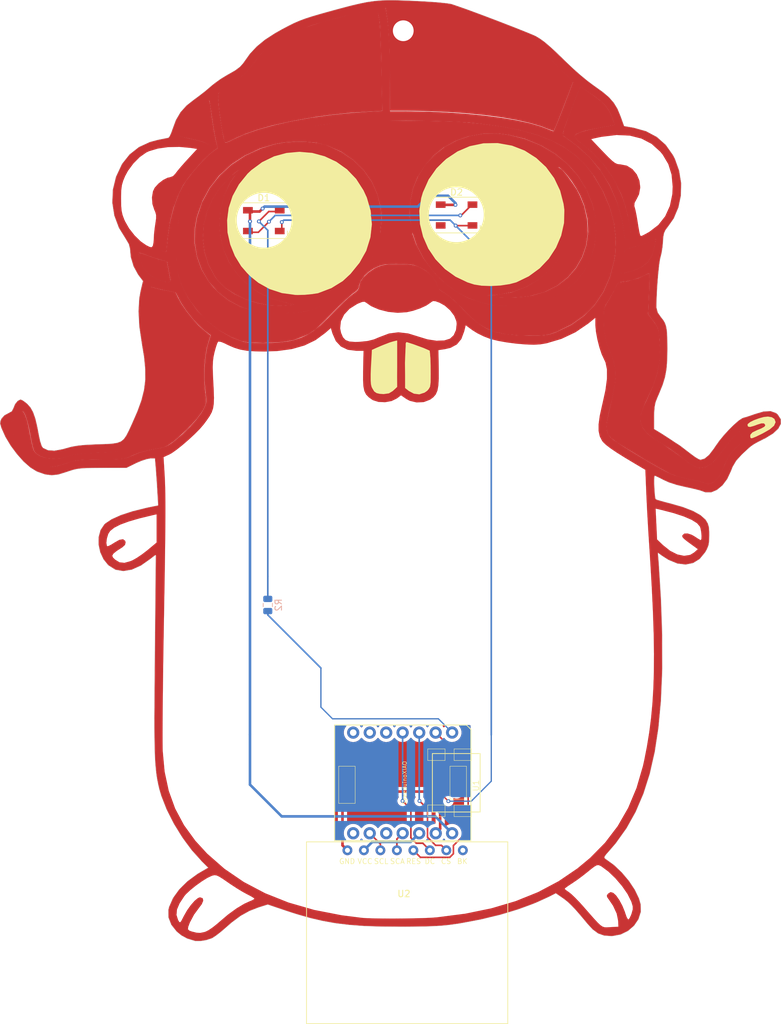
<source format=kicad_pcb>
(kicad_pcb (version 20171130) (host pcbnew "(5.1.2)-1")
  (layers (0 F.Cu signal) (31 B.Cu signal) (34 B.Paste user) (35 F.Paste user) (36 B.SilkS user) (37 F.SilkS user) (38 B.Mask user) (39 F.Mask user) (44 Edge.Cuts user))
  (net 0 "")
  (net 1 GND)
  (net 2 "Net-(D1-Pad2)")
  (net 3 "Net-(D1-Pad4)")
  (net 4 VCC)
  (net 5 /PA02)
  (net 6 /SDA)
  (net 7 /SCK)
  (net 8 /DC)
  (net 9 /CS)
  (net 10 /RES)
  (net 11 /3v3)
  (module nanbuwks:gopher_pilot (layer F.Cu) (at 116.0526 111.22152)
    (fp_text reference G*** hide)
    (fp_text value LOGO hide)
    (fp_poly (pts (xy -23.31 -46.145) (xy -23.43 -45.935) (xy -23.99 -45.23) (xy -24.68 -44.25) (xy -25.16 -43.21) (xy -25.58 -42.28) (xy -26.14 -40.11) (xy -26.31 -37.81) (xy -26.19 -36.02) (xy -25.64 -33.83) (xy -24.78 -31.89) (xy -24.08 -30.89) (xy -23.57 -30.13) (xy -22.84 -29.38) (xy -22.06 -28.59) (xy -20.26 -27.28) (xy -18.25 -26.33) (xy -15.96 -25.7) (xy -15.55 -25.63) (xy -15.02 -25.51) (xy -14.92 -25.47) (xy -14.88 -25.46) (xy -15.19 -25.43) (xy -15.91 -25.38) (xy -16.55 -25.33) (xy -16.96 -25.3) (xy -18.7 -25.4) (xy -20.52 -25.77) (xy -22.3 -26.34) (xy -23.88 -27.11) (xy -25.36 -28.07) (xy -26.43 -29.12) (xy -26.97 -29.87) (xy -27.94 -31.68) (xy -28.54 -33.63) (xy -28.78 -35.63) (xy -28.66 -37.68) (xy -28.16 -39.72) (xy -27.33 -41.64) (xy -26.15 -43.44) (xy -24.6 -45.09)) (layer F.Cu) (width 0.1))
    (fp_poly (pts (xy 25.88 -46.605) (xy 26.54 -46.135) (xy 27.3 -45.23) (xy 28.12 -44.08) (xy 28.72 -43.17) (xy 29.21 -42.23) (xy 29.85 -40.67) (xy 30.32 -38.6) (xy 30.44 -36.51) (xy 30.18 -34.6) (xy 29.56 -32.79) (xy 28.62 -31.15) (xy 27.35 -29.67) (xy 25.76 -28.42) (xy 23.85 -27.45) (xy 21.68 -26.84) (xy 20.54 -26.68) (xy 19 -26.59) (xy 17.82 -26.57125) (xy 16.5 -26.63875) (xy 15.01 -26.8525) (xy 16.25 -26.885) (xy 18.74 -27.29) (xy 20.98 -28.13) (xy 22.83 -29.22) (xy 23.76 -30.01) (xy 24.5 -30.64) (xy 24.88 -31.05) (xy 25.61 -32) (xy 26.3 -32.93) (xy 27.28 -34.87) (xy 27.86 -37.02) (xy 28.06 -39.29) (xy 28.04 -39.88) (xy 27.82 -41.87) (xy 27.27 -43.7) (xy 26.46 -45.35) (xy 25.94 -46.33)) (layer F.Cu) (width 0.1))
    (fp_poly (pts (xy 31.48 -39.93) (xy 32.52 -40.25) (xy 33.71 -40.53) (xy 33.81 -40.45) (xy 33.96 -39.87) (xy 34.25 -38.82) (xy 34.48 -37.93) (xy 34.67 -36.26) (xy 34.75 -35.54) (xy 34.65 -33.26) (xy 34.49 -32.21) (xy 33.84 -29.72) (xy 32.84 -27.45) (xy 31.55 -25.51) (xy 30.51 -24.42) (xy 29.85 -23.78) (xy 27.93 -22.42) (xy 26.25 -21.6) (xy 25.66 -21.3) (xy 24.75 -20.98) (xy 24.14 -20.84) (xy 23.47 -20.77) (xy 22.63 -20.74) (xy 21.84 -20.74) (xy 19.71 -20.77) (xy 17.85 -20.93) (xy 16.2 -21.29) (xy 14.95 -21.8) (xy 13.72 -22.51) (xy 12.54 -23.49) (xy 10.98 -25.08) (xy 9.84 -26.19) (xy 8.97 -26.92) (xy 8.37 -27.33) (xy 7.9 -27.61) (xy 7.44 -28.01) (xy 7.09 -29) (xy 6.66 -29.62) (xy 6.51 -29.85) (xy 6.91 -30.16) (xy 6.98 -30.17) (xy 7.22 -29.94) (xy 7.63 -29.51) (xy 8.21 -28.92) (xy 8.97 -28.35) (xy 10.05 -27.52) (xy 12.02 -26.42) (xy 14.1 -25.74) (xy 16.07 -25.27) (xy 16.74 -25.24) (xy 17.89 -25.24) (xy 19.23 -25.28) (xy 20.17 -25.32) (xy 21.33 -25.42) (xy 22.38 -25.58) (xy 23.34 -25.84) (xy 24.88 -26.41) (xy 26.97 -27.57) (xy 28.58 -28.89) (xy 29.92 -30.53) (xy 30.91 -32.46) (xy 31.57 -34.58) (xy 31.81 -36.76) (xy 31.71 -38.84) (xy 31.44 -39.92)) (layer F.Cu) (width 0.1))
    (fp_poly (pts (xy -11.605 -52.945) (xy -9.89 -53.17) (xy -7.43 -53.565) (xy -2.67 -53.775) (xy 2.31 -53.7) (xy 5.49 -53.7) (xy 8.9 -53.61) (xy 10.76 -53.54) (xy 14.05 -53.25) (xy 17.35 -52.81) (xy 20.22 -52.23) (xy 22.72 -51.52) (xy 24.94 -50.65) (xy 26.9 -49.59) (xy 28.55 -48.4) (xy 30.02 -46.99) (xy 31.03 -45.7) (xy 31.27 -45.4) (xy 32.74 -42.93) (xy 33.76 -40.54) (xy 31.46 -39.98) (xy 31.24 -40.91) (xy 30.85 -41.87) (xy 30.4 -42.98) (xy 30.15 -43.46) (xy 29.66 -44.24) (xy 29.02 -45.29) (xy 27.9 -46.57) (xy 27.35 -47.16) (xy 25.49 -48.7) (xy 23.3 -50) (xy 20.83 -51.02) (xy 18.29 -51.64) (xy 16.71 -51.84) (xy 14.47 -51.83) (xy 12.12 -51.42) (xy 10.15 -50.73) (xy 8.25 -49.68) (xy 6.74 -48.48) (xy 5.41 -46.98) (xy 4.24 -45.165) (xy 3.505 -43.3575) (xy 3.08 -41.38) (xy 2.975 -39.0975) (xy 3.425 -36.4425) (xy -1.4 -36.06) (xy -1.46 -36.37) (xy -1.24 -38.65) (xy -1.37 -40.37) (xy -1.9 -42.47) (xy -2.77 -44.42) (xy -4 -46.17) (xy -5.58 -47.72) (xy -7.51 -49.05) (xy -9.68 -50.01) (xy -11.075 -50.355)) (layer F.Cu) (width 0.1))
    (fp_poly (pts (xy -32.04 -28.4) (xy -32.71 -30.52) (xy -32.85 -31.39) (xy -32.915 -34.055) (xy -32.765 -36.865) (xy -32.42 -38.97) (xy -31.84 -40.76) (xy -30.86 -42.75) (xy -29.64 -44.73) (xy -28.3 -46.32) (xy -27.36 -47.2) (xy -26.89 -47.64) (xy -25.63 -48.5) (xy -23.82 -49.49) (xy -23.51 -49.67) (xy -21.11 -50.65) (xy -18.39 -51.53) (xy -15.4 -52.25) (xy -11.67 -52.96) (xy -11.06 -50.35) (xy -11.3 -50.42) (xy -12.91 -50.57) (xy -14.57 -50.6) (xy -16.26 -50.48) (xy -17.78 -50.21) (xy -19.98 -49.55) (xy -21.56 -48.81) (xy -22.35 -48.45) (xy -23.86 -47.47) (xy -24.46 -47.07) (xy -25.81 -45.83) (xy -26.33 -45.37) (xy -27.12 -44.34) (xy -27.83 -43.44) (xy -28.94 -41.41) (xy -29.49 -39.86) (xy -29.8 -38.93) (xy -30.12 -37.15) (xy -30.15 -34.92) (xy -29.77 -32.77) (xy -29.07 -30.84) (xy -28 -29.04) (xy -27.25 -28.13) (xy -26.6 -27.42) (xy -24.96 -26.1) (xy -23.02 -25.07) (xy -20.87 -24.42) (xy -20.4 -24.33) (xy -18.98 -24.18) (xy -17.49 -24.1) (xy -15.81 -24.11) (xy -14.33 -24.21) (xy -12.97 -24.39) (xy -11.54 -24.8) (xy -9.4 -25.75) (xy -7.59 -26.91) (xy -6.31 -28) (xy -5.77 -28.48) (xy -4.31 -30.19) (xy -3.4 -31.55) (xy -3.01 -32.18) (xy -2.09 -34.23) (xy -1.51 -36.3) (xy 3.39 -36.43) (xy 4.01 -34.65) (xy 5.15 -32.51) (xy 5.79 -31.66) (xy 6.58 -30.6) (xy 6.93 -30.23) (xy 6.48 -29.87) (xy 5.68 -30.62) (xy 4.68 -31.21) (xy 3.81 -31.56) (xy 3.18 -31.68) (xy 2.34 -31.73) (xy 0.92 -31.76) (xy -0.22 -31.71) (xy -0.8 -31.67) (xy -1.54 -31.49) (xy -2.2 -31.21) (xy -2.57 -31.02) (xy -3.38 -30.47) (xy -4 -29.88) (xy -4.57 -29.08) (xy -4.8 -28.44) (xy -4.87 -28.01) (xy -5.15 -27.63) (xy -5.9 -27.07) (xy -6.9 -26.18) (xy -7.96 -25.17) (xy -9.57 -23.53) (xy -9.985 -23.105) (xy -10.915 -22.215) (xy -11.555 -21.635) (xy -12.625 -20.925) (xy -13.84 -20.41) (xy -14.85 -20.04) (xy -15.79 -19.86) (xy -16.74 -19.73) (xy -18.14 -19.65) (xy -19.56 -19.59) (xy -21.26 -19.64) (xy -22.03 -19.71) (xy -22.8 -19.85) (xy -24.36 -20.45) (xy -26.345 -21.56) (xy -28.235 -23.04) (xy -29.69 -24.63) (xy -30.74 -26.05) (xy -31.03 -26.47) (xy -31.74 -27.82)) (layer F.Cu) (width 0.1))
    (fp_poly (pts (xy 33.1 -24.96) (xy 33.36 -25.51) (xy 33.94 -26.45) (xy 34.45 -27.38) (xy 34.64 -27.82) (xy 35.02 -28.56) (xy 35.3 -28.83) (xy 36.52 -28.99) (xy 38.27 -29.47) (xy 39.01 -29.81) (xy 39.61 -30.09) (xy 39.91 -30.2) (xy 39.92 -29.39) (xy 39.9 -28.09) (xy 39.81 -25.74) (xy 39.72 -23.95) (xy 40.54 -22.9) (xy 41.04 -22.18) (xy 41.26 -21.64) (xy 41.42 -20.93) (xy 41.58 -18.75) (xy 41.49 -16.72) (xy 41.1 -14.77) (xy 40.46 -12.84) (xy 39.39 -10.56) (xy 38.92 -9.46) (xy 38.59 -8.37) (xy 38.56 -7.39) (xy 38.87 -6.48) (xy 39.55 -5.64) (xy 40.57 -4.82) (xy 41.02 -4.55) (xy 42.27 -3.75) (xy 42.88 -3.32) (xy 43.51 -2.9) (xy 44.42 -2.25) (xy 45.95 -1.1) (xy 46.93 -0.49) (xy 47.47 -0.28) (xy 47.74 -0.26) (xy 48.7 -0.4) (xy 49.65 -0.99) (xy 50.14 -1.52) (xy 50.58 -2.02) (xy 50.84 -2.38) (xy 51.42 -3.16) (xy 51.99 -3.89) (xy 52.46 -4.48) (xy 52.89 -5) (xy 53.1 -5.26) (xy 53.4 -5.59) (xy 53.48 -5.67) (xy 53.74 -5.88) (xy 53.87 -5.8) (xy 54.07 -5.46) (xy 54.28 -4.98) (xy 54.4 -4.52) (xy 54.38 -4.3) (xy 53.97 -3.99) (xy 53.59 -3.69) (xy 53.13 -3.34) (xy 52.09 -1.99) (xy 51.92 -1.64) (xy 51.53 -0.82) (xy 51.29 -0.25) (xy 51.22 -0.08) (xy 50.75 0.85) (xy 50.18 1.56) (xy 49.57 2) (xy 49.01 2.15) (xy 48.43 1.98) (xy 48.3 1.91) (xy 47.82 1.77) (xy 46.64 1.5) (xy 45.81 1.34) (xy 44.87 1.11) (xy 44.06 0.87) (xy 43.16 0.53) (xy 41.42 -0.41) (xy 39.41 -1.56) (xy 36.49 -3.34) (xy 35.09 -4.21) (xy 34.09 -4.95) (xy 33.67 -5.46) (xy 33.47 -6.01) (xy 33.4 -6.66) (xy 33.49 -7.53) (xy 33.73 -8.71) (xy 34.12 -10.38) (xy 34.28 -11.07) (xy 34.52 -12.29) (xy 34.62 -12.81) (xy 34.78 -14.24) (xy 34.73 -15.5) (xy 34.51 -16.66) (xy 34.03 -17.94) (xy 33.7 -18.78) (xy 33.54 -19.17) (xy 33.2 -20.37) (xy 33.01 -21.68) (xy 32.96 -23.22) (xy 32.99 -24.43) (xy 33.08 -24.9)) (layer F.Cu) (width 0.1))
    (fp_poly (pts (xy -36.88 -28.11) (xy -36.64 -28.09) (xy -36.17 -27.95) (xy -35.32 -27.74) (xy -33.07 -27.29) (xy -32.69 -26.5) (xy -32.17 -25.56) (xy -31.36 -24.38) (xy -30.48 -23.28) (xy -29.51 -22.19) (xy -28.62 -21.41) (xy -27.7 -20.68) (xy -27.94 -19.92) (xy -28.25 -18.86) (xy -28.51 -17.34) (xy -28.65 -15.66) (xy -28.65 -13.83) (xy -28.51 -11.95) (xy -28.45 -11.65) (xy -28.41 -11.26) (xy -28.38 -10.69) (xy -28.42 -10.21) (xy -28.57 -9.78) (xy -28.85 -9.23) (xy -29.14 -8.77) (xy -29.82 -7.86) (xy -30.71 -6.88) (xy -31.26 -6.3) (xy -32.66 -5.01) (xy -33.4 -4.39) (xy -34.22 -3.82) (xy -34.78 -3.55) (xy -35.54 -3.37) (xy -36.98 -3.12) (xy -37.28 -3.05) (xy -38.27 -2.79) (xy -38.59 -2.7) (xy -39.6 -2.31) (xy -40.06 -2.07) (xy -40.49 -1.91) (xy -40.96 -1.79) (xy -41.53 -1.72) (xy -42.35 -1.68) (xy -43.22 -1.66) (xy -44.48 -1.65) (xy -45.99 -1.63) (xy -47.41 -1.58) (xy -48.28 -1.49) (xy -48.82 -1.38) (xy -49.29 -1.25) (xy -49.8 -1.09) (xy -50.49 -0.85) (xy -51.39 -0.6) (xy -52.1 -0.5) (xy -52.76 -0.56) (xy -53.5 -0.79) (xy -54.6 -1.36) (xy -55.68 -2.28) (xy -56.58 -3.38) (xy -56.82 -3.67) (xy -57.41 -4.57) (xy -58.2 -5.92) (xy -58.65 -6.8) (xy -58.78 -7.17) (xy -58.55 -7.34) (xy -57.95 -7.62) (xy -57.4 -8.02) (xy -57.04 -8.48) (xy -56.83 -8.85) (xy -56.67 -9.01) (xy -56.52 -8.91) (xy -56.27 -8.44) (xy -55.99 -7.67) (xy -55.75 -6.72) (xy -55.52 -5.52) (xy -55.23 -4.09) (xy -55.14 -3.74) (xy -55.07 -3.42) (xy -54.92 -2.97) (xy -54.63 -2.56) (xy -53.91 -2.07) (xy -52.93 -1.77) (xy -51.86 -1.66) (xy -50.68 -1.75) (xy -49.59 -2.06) (xy -48.88 -2.26) (xy -47.96 -2.4) (xy -46.7 -2.53) (xy -45.2 -2.6) (xy -43.71 -2.68) (xy -42.36 -2.78) (xy -41.4 -2.95) (xy -40.77 -3.2) (xy -40.26 -3.58) (xy -39.83 -4.14) (xy -39.43 -4.85) (xy -39.12 -5.49) (xy -38.77 -6.19) (xy -38.48 -6.81) (xy -38.03 -7.78) (xy -37.65 -8.7) (xy -37.43 -9.19) (xy -37.21 -9.85) (xy -37.01 -10.42) (xy -36.73 -11.51) (xy -36.55 -12.67) (xy -36.46 -13.91) (xy -36.44 -15.15) (xy -36.45 -15.65) (xy -36.52 -16.69) (xy -36.65 -17.69) (xy -36.9 -19.19) (xy -37.1 -20.45) (xy -37.24 -21.28) (xy -37.43 -23.54) (xy -37.43 -25.52) (xy -37.21 -27.15) (xy -37.01 -27.86)) (layer F.Cu) (width 0.1))
    (fp_poly (pts (xy 36.77 -34.08) (xy 37.88 -34.34) (xy 38.69 -34.61) (xy 38.86 -34.66) (xy 39.13 -34.77) (xy 39.52 -34.92) (xy 39.7 -34.99) (xy 40.11 -35.17) (xy 40.49 -35.34) (xy 40.9 -35.52) (xy 40.75 -34.57) (xy 40.69 -34.26) (xy 40.3 -32.96) (xy 39.66 -31.98) (xy 38.74 -31.26) (xy 37.42 -30.7) (xy 36.65 -30.47) (xy 36.04 -30.32) (xy 35.69 -30.32) (xy 35.58 -30.44) (xy 35.61 -30.76) (xy 35.72 -31.29) (xy 35.84 -32.03) (xy 35.9 -32.43) (xy 36.01 -33.14) (xy 36.16 -33.64) (xy 36.39 -33.93) (xy 36.38 -33.93)) (layer F.Cu) (width 0.1))
    (fp_poly (pts (xy -38.72 -33.39) (xy -38.2 -33.27) (xy -36.94 -32.81) (xy -35.7 -32.4) (xy -34.4 -32.07) (xy -34.1 -30.44) (xy -33.87 -29.15) (xy -33.85 -29.09) (xy -33.89 -29.03) (xy -34.13 -28.96) (xy -34.66 -29.01) (xy -35.36 -29.19) (xy -36.1 -29.49) (xy -37.06 -30.11) (xy -37.97 -31.14) (xy -38.5 -32.37)) (layer F.Cu) (width 0.1))
    (fp_poly (pts (xy -27.895 -56.88) (xy -27.7425 -56.19) (xy -27.44 -53.95) (xy -27.16 -52.18) (xy -26.91 -50.86) (xy -26.6 -49.57) (xy -27.25 -49.11) (xy -27.91 -48.57) (xy -28.59 -47.91) (xy -28.8 -47.71) (xy -29.16 -47.31) (xy -29.57 -46.87) (xy -30.3 -46.01) (xy -30.69 -45.54) (xy -31.22 -44.85) (xy -31.94 -43.8) (xy -32.7 -42.23) (xy -33.13 -41.03) (xy -33.39 -40.38) (xy -33.84 -38.59) (xy -33.95 -38.12) (xy -33.99 -37.77) (xy -34.2 -36.43) (xy -34.28 -35.85) (xy -34.41 -34.44) (xy -34.42 -34.29) (xy -34.48 -33.67) (xy -34.66 -33.6) (xy -34.96 -33.65) (xy -35.19 -33.81) (xy -35.21 -33.87) (xy -35.22 -34.34) (xy -35.17 -35.18) (xy -35.09 -36) (xy -34.99 -36.82) (xy -34.95 -37.1) (xy -34.83 -37.91) (xy -34.67 -38.75) (xy -34.52 -39.32) (xy -34.1 -40.56) (xy -33.64 -41.86) (xy -33.42 -42.28) (xy -33.16 -42.76) (xy -32.69 -43.65) (xy -32.39 -44.22) (xy -31.66 -45.2) (xy -30.82 -46.33) (xy -29.66 -47.48) (xy -28.92 -48.21) (xy -28.34 -48.73) (xy -27.72 -49.41) (xy -27.56 -49.73) (xy -27.57 -49.79) (xy -27.85 -50.13) (xy -28.55 -50.47) (xy -29.6 -50.78) (xy -31.23 -51.13) (xy -31.8 -51.24) (xy -32.33 -51.41) (xy -32.5 -51.51) (xy -32.47 -51.7) (xy -32.29 -52.2) (xy -31.95 -52.97) (xy -31.23 -54.32) (xy -30.93 -54.75) (xy -30.78 -54.92) (xy -30.32 -55.29) (xy -29.63 -55.8) (xy -28.94 -56.28) (xy -28.18 -56.75)) (layer F.Cu) (width 0.1))
    (fp_poly (pts (xy 26.685 -51.72) (xy 26.855 -52.46) (xy 27.5 -54.25) (xy 27.82 -55.11) (xy 28.07 -55.75) (xy 28.33 -56.43) (xy 28.61 -57.14) (xy 28.72 -57.42) (xy 28.94 -57.96) (xy 29.15 -58.46) (xy 29.4 -58.92) (xy 29.75 -58.69) (xy 30.45 -58.22) (xy 31.11 -57.77) (xy 32.03 -57.08) (xy 32.39 -56.81) (xy 33.2 -56.01) (xy 33.8 -55.14) (xy 34.18 -54.27) (xy 34.31 -53.91) (xy 34.58 -53.14) (xy 33.85 -53.01) (xy 33.03 -52.86) (xy 31.96 -52.66) (xy 31.2 -52.52) (xy 29.94 -52.24) (xy 29.11 -51.96) (xy 28.6 -51.71) (xy 28.43 -51.42) (xy 28.59 -51.04) (xy 29.13 -50.49) (xy 29.47 -50.23) (xy 30.26 -49.59) (xy 30.96 -49) (xy 32.49 -47.44) (xy 32.81 -47.1) (xy 33.28 -46.43) (xy 34.28 -45.02) (xy 34.39 -44.87) (xy 34.96 -43.69) (xy 35.62 -42.32) (xy 36 -41.29) (xy 36.36 -40.09) (xy 36.68 -38.82) (xy 36.85 -38.13) (xy 36.92 -37.72) (xy 37.03 -37.07) (xy 37.13 -36.32) (xy 37.14 -35.76) (xy 37.03 -35.57) (xy 36.93 -35.56) (xy 36.56 -35.46) (xy 36.45 -35.43) (xy 36.29 -35.54) (xy 36.18 -35.95) (xy 36.01 -37.1) (xy 35.77 -38.6) (xy 35.63 -39.09) (xy 35.21 -40.53) (xy 35.01 -41.27) (xy 33.9 -43.82) (xy 32.98 -45.29) (xy 32.39 -46.25) (xy 31.55 -47.26) (xy 30.77 -48.19) (xy 28.91 -49.87) (xy 27.76 -50.74) (xy 27.01 -51.27) (xy 26.69 -51.52)) (layer F.Cu) (width 0.1))
    (fp_poly (pts (xy -0.62 -71.19) (xy 4.815 -70.97) (xy 7.265 -70.75) (xy 9.295 -70.375) (xy 12.625 -69.285) (xy 18.48 -67.03) (xy 20.56 -66.17) (xy 22.25 -65.375) (xy 23.43 -64.525) (xy 24.17 -63.8) (xy 26.11 -61.88) (xy 27.51 -60.46) (xy 28.18 -59.77) (xy 27.93 -59.13) (xy 27.44 -57.86) (xy 26.88 -56.42) (xy 26.4 -55.17) (xy 25.99 -54.13) (xy 25.78 -53.6) (xy 25.47 -52.85) (xy 25.18 -52.24) (xy 24.54 -52.48) (xy 23.34 -52.95) (xy 21.53 -53.48) (xy 19.49 -53.94) (xy 17.08 -54.36) (xy 14.49 -54.7) (xy 11.49 -54.99) (xy 8.97 -55.16) (xy 5.26 -55.31) (xy 2.57 -55.35) (xy 0.04 -55.35) (xy 0.04 -57.06) (xy 0.03 -59.51) (xy 0.01 -62.4) (xy -0.01 -64.23) (xy -0.06 -65.35) (xy -0.13 -66.96) (xy -0.32 -69.1) (xy -0.59 -71)) (layer F.Cu) (width 0.1))
    (fp_poly (pts (xy -26.38 -57.8) (xy -26.19 -58.43) (xy -25.78 -58.88) (xy -25.1 -59.33) (xy -24.12 -59.85) (xy -23.55 -60.16) (xy -22.85 -60.56) (xy -22.32 -61.01) (xy -21.76 -61.61) (xy -20.91 -62.7) (xy -20.13 -63.72) (xy -19.43 -64.47) (xy -18.81 -65.03) (xy -18 -65.58) (xy -16.97 -66.18) (xy -15.66 -66.88) (xy -14.15 -67.64) (xy -13.19 -68.03) (xy -10.29 -68.97) (xy -7.49 -69.71) (xy -5.66 -70.2) (xy -3.2 -70.78) (xy -2.33 -70.89) (xy -2.05 -70.8) (xy -1.91 -70.53) (xy -1.65 -69.12) (xy -1.54 -67.64) (xy -1.45 -65.2) (xy -1.38 -62.68) (xy -1.32 -60.47) (xy -1.29 -59.42) (xy -1.27 -57.64) (xy -1.23 -55.33) (xy -2.03 -55.28) (xy -3.55 -55.2) (xy -6.11 -55.04) (xy -9.46 -54.68) (xy -11.51 -54.39) (xy -12.6 -54.21) (xy -14.68 -53.83) (xy -15.26 -53.72) (xy -17.49 -53.23) (xy -18.04 -53.11) (xy -20.4 -52.44) (xy -22.33 -51.77) (xy -23.74 -51.15) (xy -24.26 -50.9) (xy -24.95 -50.56) (xy -25.23 -50.46) (xy -25.41 -50.5) (xy -25.49 -50.7) (xy -25.79 -52.18) (xy -25.96 -53.21) (xy -26.27 -55.45) (xy -26.42 -57.23) (xy -26.4 -57.52)) (layer F.Cu) (width 0.1))
    (fp_poly (pts (xy 1.281209 -72.290927) (xy 2.854604 -72.238959) (xy 3.444068 -72.215786) (xy 4.988281 -72.142091) (xy 6.43129 -72.051127) (xy 7.695184 -71.949344) (xy 8.702055 -71.843195) (xy 9.373993 -71.739133) (xy 9.471186 -71.716633) (xy 9.975498 -71.560278) (xy 10.811174 -71.271211) (xy 11.910606 -70.875173) (xy 13.206187 -70.397908) (xy 14.630309 -69.865157) (xy 16.115366 -69.302661) (xy 17.593749 -68.736164) (xy 18.997852 -68.191406) (xy 20.260067 -67.694129) (xy 21.312787 -67.270077) (xy 22.088404 -66.94499) (xy 22.494068 -66.75809) (xy 23.112957 -66.389985) (xy 23.810441 -65.87927) (xy 24.636666 -65.183114) (xy 25.64178 -64.258687) (xy 26.875929 -63.063156) (xy 27.229661 -62.713392) (xy 28.23859 -61.755158) (xy 29.328008 -60.791142) (xy 30.379342 -59.922162) (xy 31.274017 -59.249035) (xy 31.427118 -59.144515) (xy 32.7427 -58.213336) (xy 33.733523 -57.367955) (xy 34.472683 -56.525412) (xy 35.033277 -55.602747) (xy 35.477435 -54.54759) (xy 36.060463 -52.9269) (xy 37.568406 -52.666192) (xy 39.465768 -52.136988) (xy 41.110533 -51.254053) (xy 42.489956 -50.026992) (xy 43.591294 -48.465412) (xy 43.875539 -47.912187) (xy 44.538014 -46.073005) (xy 44.84469 -44.158536) (xy 44.803229 -42.245402) (xy 44.421294 -40.410227) (xy 43.706546 -38.729632) (xy 42.830932 -37.465689) (xy 42.43155 -36.947589) (xy 42.204636 -36.459466) (xy 42.092151 -35.830222) (xy 42.047682 -35.156638) (xy 41.962917 -34.228032) (xy 41.813797 -33.334076) (xy 41.673351 -32.799131) (xy 41.561417 -32.287669) (xy 41.44318 -31.431371) (xy 41.326592 -30.326897) (xy 41.219605 -29.070906) (xy 41.130171 -27.760061) (xy 41.066242 -26.49102) (xy 41.035768 -25.360444) (xy 41.034415 -25.03233) (xy 41.246266 -24.22517) (xy 41.717782 -23.53741) (xy 42.085837 -23.072905) (xy 42.352351 -22.616606) (xy 42.533469 -22.087091) (xy 42.645334 -21.402939) (xy 42.70409 -20.482727) (xy 42.725883 -19.245033) (xy 42.727966 -18.442609) (xy 42.697789 -16.81457) (xy 42.586614 -15.478711) (xy 42.363478 -14.288463) (xy 41.997416 -13.097259) (xy 41.457464 -11.758534) (xy 41.188129 -11.153913) (xy 40.914928 -10.443101) (xy 40.759081 -9.705577) (xy 40.693089 -8.77786) (xy 40.685153 -8.163624) (xy 40.683051 -6.277682) (xy 41.920762 -5.534777) (xy 44.723757 -3.697675) (xy 46.387288 -2.426645) (xy 47.009146 -1.965881) (xy 47.548362 -1.647421) (xy 47.847827 -1.5472) (xy 48.478278 -1.731533) (xy 49.160165 -2.301111) (xy 49.915181 -3.275479) (xy 50.130127 -3.603794) (xy 50.721089 -4.438033) (xy 51.450859 -5.328182) (xy 52.245891 -6.199329) (xy 52.997167 -6.941522) (xy 55.105084 -6.941522) (xy 55.188512 -6.69864) (xy 55.482841 -6.651733) (xy 56.054145 -6.80306) (xy 56.560845 -6.991313) (xy 57.208839 -7.201304) (xy 57.593705 -7.198706) (xy 57.741177 -7.101748) (xy 57.872178 -6.858676) (xy 57.723758 -6.623944) (xy 57.2476 -6.355536) (xy 56.558051 -6.072949) (xy 55.869093 -5.743194) (xy 55.56204 -5.413144) (xy 55.535593 -5.270863) (xy 55.549834 -5.025341) (xy 55.64053 -4.910067) (xy 55.879638 -4.939454) (xy 56.339119 -5.127915) (xy 57.090931 -5.489863) (xy 57.407111 -5.645721) (xy 58.485869 -6.258651) (xy 59.140928 -6.825447) (xy 59.376225 -7.350917) (xy 59.200205 -7.834329) (xy 58.806063 -8.069478) (xy 58.230187 -8.172016) (xy 58.207989 -8.172174) (xy 57.576247 -8.096357) (xy 56.837043 -7.900069) (xy 56.108233 -7.630052) (xy 55.507672 -7.33305) (xy 55.153217 -7.055807) (xy 55.105084 -6.941522) (xy 52.997167 -6.941522) (xy 53.032636 -6.976562) (xy 53.737548 -7.58497) (xy 54.287078 -7.949641) (xy 54.459322 -8.013291) (xy 54.954631 -8.151162) (xy 55.669904 -8.388283) (xy 56.229792 -8.591201) (xy 57.571321 -8.979811) (xy 58.645718 -9.030868) (xy 59.463822 -8.744131) (xy 59.742835 -8.513518) (xy 60.18653 -7.82008) (xy 60.210241 -7.096529) (xy 59.822305 -6.357241) (xy 59.031058 -5.616588) (xy 57.844837 -4.888945) (xy 57.55686 -4.744261) (xy 56.730184 -4.334955) (xy 56.126201 -4.002013) (xy 55.623297 -3.658455) (xy 55.099853 -3.217302) (xy 54.434255 -2.591573) (xy 54.110874 -2.27969) (xy 53.32277 -1.40376) (xy 52.780517 -0.479827) (xy 52.509006 0.200642) (xy 51.945202 1.403736) (xy 51.215481 2.374791) (xy 50.380041 3.069403) (xy 49.499077 3.443165) (xy 48.632789 3.451672) (xy 48.270128 3.327487) (xy 47.805716 3.167229) (xy 47.042873 2.9636) (xy 46.107358 2.748635) (xy 45.544796 2.633261) (xy 44.17702 2.306262) (xy 42.948398 1.901023) (xy 42.163359 1.549625) (xy 41.50407 1.208136) (xy 41.002363 0.967873) (xy 40.776703 0.883478) (xy 40.720092 1.082596) (xy 40.698287 1.596739) (xy 40.706243 2.301086) (xy 40.738915 3.070821) (xy 40.791258 3.781124) (xy 40.858229 4.307176) (xy 40.923549 4.516918) (xy 41.175768 4.621962) (xy 41.753085 4.799179) (xy 42.561216 5.020974) (xy 43.231142 5.192301) (xy 45.13883 5.739359) (xy 46.682164 6.338957) (xy 47.840261 6.981244) (xy 48.592236 7.656373) (xy 48.665428 7.755124) (xy 48.956194 8.254877) (xy 49.115623 8.799136) (xy 49.178948 9.544493) (xy 49.185593 10.066886) (xy 49.158883 10.97717) (xy 49.048155 11.634176) (xy 48.807509 12.22463) (xy 48.53983 12.693974) (xy 47.707209 13.709458) (xy 46.698229 14.334935) (xy 45.542992 14.568027) (xy 44.271602 14.406352) (xy 42.914161 13.847531) (xy 41.926261 13.216873) (xy 41.263455 12.732602) (xy 41.402135 14.593692) (xy 41.738975 20.106727) (xy 41.914126 25.401026) (xy 41.924906 30.389367) (xy 41.91142 31.142609) (xy 41.72338 35.594596) (xy 41.348143 39.668681) (xy 40.778871 43.388066) (xy 40.008727 46.775954) (xy 39.030872 49.855548) (xy 37.838469 52.65005) (xy 36.42468 55.182662) (xy 34.782666 57.476588) (xy 33.818945 58.601967) (xy 33.302299 59.185767) (xy 33.049541 59.540654) (xy 33.023008 59.752982) (xy 33.185034 59.909107) (xy 33.235227 59.940268) (xy 34.502717 60.856414) (xy 35.718507 62.011913) (xy 36.811895 63.315196) (xy 37.712179 64.674691) (xy 38.348657 65.99883) (xy 38.607511 66.898169) (xy 38.62339 68.077062) (xy 38.266372 69.191707) (xy 37.594057 70.180334) (xy 36.664049 70.981173) (xy 35.533952 71.532456) (xy 34.261368 71.772412) (xy 34.057069 71.777758) (xy 32.970819 71.689519) (xy 32.073671 71.372944) (xy 31.246455 70.765865) (xy 30.438899 69.89026) (xy 29.433997 68.685958) (xy 28.634867 67.767245) (xy 27.981695 67.072049) (xy 27.414669 66.538295) (xy 26.873977 66.103908) (xy 26.605571 65.912012) (xy 25.550973 65.182503) (xy 24.560656 65.692212) (xy 22.339914 66.7056) (xy 19.775894 67.648682) (xy 16.953598 68.496056) (xy 13.958027 69.222322) (xy 10.874182 69.802078) (xy 10.731624 69.824801) (xy 9.706864 69.977237) (xy 8.741597 70.095704) (xy 7.757699 70.184482) (xy 6.677045 70.247851) (xy 5.421511 70.29009) (xy 3.912973 70.31548) (xy 2.073307 70.3283) (xy 1.506779 70.330169) (xy -1.391819 70.309092) (xy -3.945691 70.221215) (xy -6.237237 70.055006) (xy -8.348856 69.798933) (xy -10.362948 69.441464) (xy -12.361913 68.971066) (xy -14.42815 68.376207) (xy -15.927094 67.890207) (xy -18.831307 66.912924) (xy -20.232179 67.356407) (xy -21.653202 67.905857) (xy -22.991125 68.650955) (xy -24.360403 69.662105) (xy -25.292373 70.468968) (xy -26.036601 71.110666) (xy -26.73954 71.659969) (xy -27.288088 72.030544) (xy -27.444916 72.111987) (xy -28.298271 72.387609) (xy -29.197294 72.537985) (xy -29.940837 72.531729) (xy -30.027966 72.515012) (xy -31.204175 72.162359) (xy -32.132321 71.666457) (xy -32.834614 71.088528) (xy -33.673396 70.051095) (xy -34.104251 68.925434) (xy -34.108764 68.529843) (xy -32.8903 68.529843) (xy -32.651923 69.293988) (xy -32.627741 69.339792) (xy -32.457453 69.624845) (xy -32.316145 69.675438) (xy -32.133743 69.44149) (xy -31.840175 68.872919) (xy -31.766809 68.724471) (xy -31.264503 67.841147) (xy -30.683616 67.024004) (xy -30.097886 66.358933) (xy -29.581054 65.931826) (xy -29.272559 65.81913) (xy -28.8573 65.954562) (xy -28.764508 66.325121) (xy -28.990833 66.877205) (xy -29.370155 67.380617) (xy -30.185553 68.487247) (xy -30.836991 69.715963) (xy -31.088216 70.392775) (xy -31.124384 70.7452) (xy -30.893334 70.96022) (xy -30.523887 71.090681) (xy -29.785628 71.275291) (xy -29.215166 71.299776) (xy -28.58064 71.168224) (xy -28.438851 71.127443) (xy -27.944146 70.882453) (xy -27.263116 70.41749) (xy -26.519166 69.819389) (xy -26.28773 69.613841) (xy -24.953563 68.482787) (xy -23.637908 67.525602) (xy -22.432861 66.805236) (xy -21.686865 66.469082) (xy -21.17786 66.250565) (xy -20.898184 66.069726) (xy -20.879661 66.033385) (xy -21.058147 65.872616) (xy -21.519681 65.600699) (xy -21.993654 65.359929) (xy -22.671624 64.993284) (xy -23.554116 64.459273) (xy -24.495573 63.84763) (xy -24.931352 63.548846) (xy -25.76557 62.974073) (xy -26.338553 62.617634) (xy -26.740358 62.442515) (xy -27.061046 62.411703) (xy -27.390674 62.488182) (xy -27.457839 62.510463) (xy -28.134091 62.832513) (xy -28.995101 63.369988) (xy -29.91646 64.030911) (xy -30.773756 64.723305) (xy -31.44258 65.355192) (xy -31.672286 65.62622) (xy -32.416169 66.756927) (xy -32.816945 67.704479) (xy -32.8903 68.529843) (xy -34.108764 68.529843) (xy -34.117756 67.741684) (xy -34.017808 67.304278) (xy -33.423361 65.953042) (xy -32.458717 64.614656) (xy -31.181305 63.353013) (xy -29.648552 62.232001) (xy -29.234104 61.982311) (xy -27.991852 61.26398) (xy -28.979632 60.283729) (xy -30.525188 58.563879) (xy -31.984379 56.587306) (xy -33.294545 54.460763) (xy -34.39303 52.291009) (xy -35.217175 50.184798) (xy -35.518164 49.143478) (xy -35.678939 48.463313) (xy -35.817744 47.784213) (xy -35.935724 47.071121) (xy -36.03403 46.288977) (xy -36.113807 45.402723) (xy -36.176203 44.377301) (xy -36.222366 43.177652) (xy -36.253444 41.768718) (xy -36.266879 40.472753) (xy -35.034907 40.472753) (xy -35.033327 41.839865) (xy -35.023398 42.839371) (xy -35.01153 43.290435) (xy -34.715059 46.487642) (xy -34.081601 49.428504) (xy -33.094213 52.152128) (xy -31.73595 54.69762) (xy -29.989871 57.104088) (xy -28.165209 59.092216) (xy -25.4949 61.431026) (xy -22.510844 63.467657) (xy -19.213481 65.201926) (xy -15.60325 66.633651) (xy -11.680593 67.762648) (xy -7.445948 68.588737) (xy -4.305085 68.985788) (xy -3.510764 69.037076) (xy -2.378806 69.07187) (xy -1.001758 69.0908) (xy 0.527831 69.094492) (xy 2.117413 69.083574) (xy 3.674442 69.058675) (xy 5.106368 69.020421) (xy 6.320644 68.969441) (xy 7.211017 68.90767) (xy 11.592195 68.344556) (xy 15.64377 67.512587) (xy 19.382489 66.405268) (xy 22.825099 65.016105) (xy 23.795468 64.501509) (xy 26.912884 64.501509) (xy 27.074164 64.681024) (xy 27.476785 64.964409) (xy 27.541071 65.004) (xy 27.948379 65.327519) (xy 28.545666 65.896436) (xy 29.242212 66.621219) (xy 29.747426 67.181517) (xy 30.723497 68.296834) (xy 31.458898 69.128784) (xy 32.005957 69.717651) (xy 32.417003 70.103717) (xy 32.744364 70.327264) (xy 33.040368 70.428575) (xy 33.357343 70.447933) (xy 33.747617 70.42562) (xy 33.945885 70.413517) (xy 35.194068 70.346956) (xy 35.155412 69.429949) (xy 34.930637 68.32696) (xy 34.373848 67.125238) (xy 33.750212 66.203245) (xy 33.451904 65.77254) (xy 33.420909 65.502299) (xy 33.618395 65.242988) (xy 33.984544 65.013895) (xy 34.408811 65.139022) (xy 34.842202 65.539139) (xy 35.329705 66.236909) (xy 35.798504 67.107881) (xy 36.175782 68.027607) (xy 36.265284 68.311873) (xy 36.466879 68.875591) (xy 36.661298 69.206314) (xy 36.724606 69.242609) (xy 36.90455 69.053671) (xy 37.132839 68.577809) (xy 37.223841 68.329243) (xy 37.399103 67.698229) (xy 37.398078 67.193206) (xy 37.213705 66.571788) (xy 37.169159 66.451851) (xy 36.600366 65.315298) (xy 35.753955 64.089909) (xy 34.732578 62.893936) (xy 33.638891 61.845626) (xy 32.575546 61.063228) (xy 32.406934 60.966134) (xy 32.130882 60.857108) (xy 31.845815 60.890403) (xy 31.459939 61.108821) (xy 30.881463 61.555162) (xy 30.540064 61.836617) (xy 29.707607 62.497837) (xy 28.822452 63.152584) (xy 28.070417 63.663621) (xy 28.042969 63.68086) (xy 27.451173 64.067973) (xy 27.041678 64.368615) (xy 26.912884 64.501509) (xy 23.795468 64.501509) (xy 25.988349 63.338604) (xy 28.888987 61.366271) (xy 30.840646 59.745217) (xy 33.135188 57.414432) (xy 35.082055 54.860514) (xy 36.694643 52.059314) (xy 37.986347 48.986679) (xy 38.97056 45.61846) (xy 39.170412 44.726087) (xy 39.587807 42.598247) (xy 39.936252 40.467506) (xy 40.216678 38.293182) (xy 40.430018 36.034591) (xy 40.577201 33.651051) (xy 40.65916 31.101877) (xy 40.676824 28.346388) (xy 40.631127 25.3439) (xy 40.522997 22.053729) (xy 40.353367 18.435194) (xy 40.123169 14.447611) (xy 39.931216 11.485217) (xy 39.823681 9.80781) (xy 39.716051 7.992216) (xy 39.61679 6.190858) (xy 39.605213 5.961246) (xy 40.922317 5.961246) (xy 41.149955 10.712174) (xy 42.046587 11.571244) (xy 43.15865 12.460803) (xy 44.265755 13.020664) (xy 45.311619 13.237222) (xy 46.239961 13.096874) (xy 46.845915 12.731208) (xy 47.436176 12.210242) (xy 46.481223 11.520322) (xy 45.737887 10.973617) (xy 45.289752 10.609164) (xy 45.073924 10.364011) (xy 45.027512 10.175206) (xy 45.047288 10.085031) (xy 45.332535 9.811167) (xy 45.86019 9.790333) (xy 46.526234 10.013301) (xy 46.938004 10.252761) (xy 47.457059 10.590306) (xy 47.813675 10.794675) (xy 47.889452 10.822609) (xy 47.985328 10.632019) (xy 48.002561 10.162391) (xy 47.951274 9.566932) (xy 47.841585 8.998851) (xy 47.751474 8.733807) (xy 47.315967 8.218671) (xy 46.475881 7.692687) (xy 45.256633 7.166597) (xy 43.683637 6.651142) (xy 41.78231 6.157064) (xy 41.50226 6.092677) (xy 40.922317 5.961246) (xy 39.605213 5.961246) (xy 39.534363 4.556155) (xy 39.486389 3.474749) (xy 39.345839 -0.007893) (xy 37.808089 -0.914462) (xy 36.195094 -1.879912) (xy 34.929063 -2.672439) (xy 33.972551 -3.317992) (xy 33.288109 -3.842522) (xy 32.838292 -4.271979) (xy 32.686489 -4.463726) (xy 32.325794 -5.159401) (xy 32.144291 -5.99193) (xy 32.142495 -7.025445) (xy 32.320921 -8.324081) (xy 32.680084 -9.951971) (xy 32.732192 -10.16) (xy 33.197354 -12.274037) (xy 33.430965 -14.032703) (xy 33.433631 -15.452633) (xy 33.205958 -16.550461) (xy 32.982207 -17.023939) (xy 32.618675 -17.806223) (xy 32.26418 -18.874803) (xy 31.957572 -20.075298) (xy 31.737698 -21.253323) (xy 31.643409 -22.254496) (xy 31.642373 -22.348293) (xy 31.642373 -23.151509) (xy 32.93916 -23.151509) (xy 32.993495 -21.650487) (xy 33.174851 -20.38342) (xy 33.525223 -19.151317) (xy 34.070077 -17.792741) (xy 34.486221 -16.652278) (xy 34.713243 -15.49779) (xy 34.750895 -14.243119) (xy 34.598928 -12.802104) (xy 34.257094 -11.088587) (xy 34.048255 -10.233112) (xy 33.68264 -8.716562) (xy 33.458077 -7.549372) (xy 33.374768 -6.663475) (xy 33.432914 -5.990802) (xy 33.632718 -5.463287) (xy 33.97438 -5.012861) (xy 34.063983 -4.921879) (xy 34.465923 -4.603338) (xy 35.175415 -4.116937) (xy 36.121596 -3.505458) (xy 37.233607 -2.811681) (xy 38.440585 -2.078386) (xy 39.671671 -1.348353) (xy 40.856002 -0.664364) (xy 41.922717 -0.069198) (xy 42.800956 0.394364) (xy 43.158474 0.568665) (xy 43.88384 0.844719) (xy 44.855337 1.13267) (xy 45.89309 1.380701) (xy 46.165599 1.434914) (xy 47.061613 1.618405) (xy 47.817945 1.799532) (xy 48.317711 1.949208) (xy 48.425768 1.997341) (xy 49.005071 2.186764) (xy 49.601968 2.01849) (xy 50.200561 1.569023) (xy 50.773294 0.86099) (xy 51.245065 -0.070637) (xy 51.311732 -0.253151) (xy 52.087575 -1.950498) (xy 53.138675 -3.315065) (xy 54.399674 -4.303067) (xy 54.420072 -4.534283) (xy 54.293795 -4.976184) (xy 54.089508 -5.460639) (xy 53.875874 -5.819517) (xy 53.745945 -5.903788) (xy 53.481603 -5.686506) (xy 53.012656 -5.174522) (xy 52.38952 -4.429026) (xy 51.662609 -3.511212) (xy 50.882339 -2.482271) (xy 50.51322 -1.980024) (xy 49.609442 -0.986534) (xy 48.658852 -0.420996) (xy 47.672404 -0.289296) (xy 47.429604 -0.323268) (xy 46.918932 -0.530328) (xy 46.202379 -0.961823) (xy 45.394088 -1.546714) (xy 45.150418 -1.741767) (xy 44.198797 -2.475419) (xy 43.115827 -3.240152) (xy 42.112981 -3.887587) (xy 41.974576 -3.970093) (xy 40.559672 -4.868977) (xy 39.537768 -5.702134) (xy 38.887948 -6.525282) (xy 38.589293 -7.394141) (xy 38.620886 -8.364431) (xy 38.961809 -9.49187) (xy 39.479581 -10.616158) (xy 40.468728 -12.772502) (xy 41.136789 -14.768172) (xy 41.506581 -16.708229) (xy 41.600922 -18.697729) (xy 41.527339 -20.044808) (xy 41.426277 -20.999447) (xy 41.294578 -21.661255) (xy 41.082872 -22.178721) (xy 40.741789 -22.700333) (xy 40.567798 -22.930764) (xy 39.7728 -23.964348) (xy 39.905808 -27.111739) (xy 39.945336 -28.232919) (xy 39.963686 -29.177892) (xy 39.96051 -29.868483) (xy 39.935463 -30.226517) (xy 39.919735 -30.259131) (xy 39.667314 -30.166971) (xy 39.201361 -29.940458) (xy 39.111768 -29.89342) (xy 38.317604 -29.550169) (xy 37.352238 -29.241035) (xy 36.404807 -29.018886) (xy 35.688462 -28.936535) (xy 35.293345 -28.86121) (xy 34.994673 -28.57024) (xy 34.686594 -27.959665) (xy 34.681283 -27.947363) (xy 34.288503 -27.148512) (xy 33.795584 -26.288137) (xy 33.594939 -25.974959) (xy 33.264463 -25.444801) (xy 33.06757 -24.976227) (xy 32.970657 -24.424557) (xy 32.94012 -23.645111) (xy 32.93916 -23.151509) (xy 31.642373 -23.151509) (xy 31.642373 -23.422446) (xy 30.522273 -22.513961) (xy 28.582516 -21.196664) (xy 26.414727 -20.173416) (xy 24.149018 -19.50028) (xy 23.121233 -19.325117) (xy 22.134522 -19.27429) (xy 20.861451 -19.318083) (xy 19.432806 -19.4419) (xy 17.979372 -19.631149) (xy 16.631933 -19.871234) (xy 15.521273 -20.147562) (xy 15.395446 -20.187225) (xy 14.432963 -20.561612) (xy 13.468249 -21.035062) (xy 12.728223 -21.492891) (xy 11.666854 -22.2753) (xy 11.43623 -21.335515) (xy 10.99376 -20.153065) (xy 10.309508 -19.31987) (xy 9.339138 -18.795229) (xy 8.441231 -18.586107) (xy 7.463659 -18.442609) (xy 7.513502 -15.534334) (xy 7.516926 -14.085902) (xy 7.456201 -13.00147) (xy 7.309954 -12.205487) (xy 7.056813 -11.622398) (xy 6.675405 -11.176653) (xy 6.178109 -10.813667) (xy 5.207113 -10.44108) (xy 4.106417 -10.384481) (xy 3.041712 -10.638512) (xy 2.496342 -10.932738) (xy 1.703794 -11.484605) (xy 1.067754 -11.002093) (xy 0.254149 -10.604617) (xy -0.748344 -10.421636) (xy -1.766021 -10.462394) (xy -2.625178 -10.736131) (xy -2.732796 -10.799885) (xy -3.288973 -11.198872) (xy -3.683487 -11.618125) (xy -3.941052 -12.138763) (xy -4.086383 -12.841906) (xy -4.143925 -13.804159) (xy -2.940456 -13.804159) (xy -2.889471 -13.211118) (xy -2.778369 -12.784652) (xy -2.701211 -12.610465) (xy -2.405031 -12.12356) (xy -2.050613 -11.85938) (xy -1.499285 -11.747842) (xy -0.946263 -11.723524) (xy -0.163115 -11.81955) (xy 0.450809 -12.195886) (xy 0.506703 -12.247715) (xy 1.076271 -12.789342) (xy 1.076271 -16.139509) (xy 2.367796 -16.139509) (xy 2.367796 -12.621627) (xy 2.934961 -12.163857) (xy 3.692726 -11.782585) (xy 4.546732 -11.697818) (xy 5.341343 -11.905441) (xy 5.794689 -12.239503) (xy 5.99979 -12.4929) (xy 6.136596 -12.780114) (xy 6.217631 -13.189285) (xy 6.255417 -13.808555) (xy 6.262478 -14.726064) (xy 6.25683 -15.492329) (xy 6.234811 -16.545487) (xy 6.193929 -17.431611) (xy 6.139911 -18.060766) (xy 6.078486 -18.343015) (xy 6.075042 -18.346656) (xy 5.808563 -18.48009) (xy 5.256465 -18.706689) (xy 4.541861 -18.980905) (xy 3.787864 -19.257192) (xy 3.117588 -19.490002) (xy 2.654146 -19.63379) (xy 2.529237 -19.658455) (xy 2.47461 -19.449572) (xy 2.427889 -18.873092) (xy 2.392473 -18.003131) (xy 2.371763 -16.913809) (xy 2.367796 -16.139509) (xy 1.076271 -16.139509) (xy 1.076271 -19.886677) (xy 0.484322 -19.743073) (xy -0.026047 -19.580932) (xy -0.756876 -19.303987) (xy -1.423419 -19.026342) (xy -2.73921 -18.453216) (xy -2.882389 -15.85364) (xy -2.936402 -14.654693) (xy -2.940456 -13.804159) (xy -4.143925 -13.804159) (xy -4.144195 -13.808674) (xy -4.139204 -15.120187) (xy -4.133577 -15.397568) (xy -4.069695 -18.332174) (xy -5.162948 -18.332174) (xy -6.499207 -18.496431) (xy -7.554586 -18.993709) (xy -8.338439 -19.830772) (xy -8.856633 -21.002395) (xy -9.090576 -21.803599) (xy -7.676121 -21.803599) (xy -7.538749 -21.108125) (xy -7.246941 -20.42713) (xy -6.840938 -19.991799) (xy -6.236314 -19.761933) (xy -5.348645 -19.69733) (xy -4.627966 -19.722138) (xy -3.438817 -19.844643) (xy -2.461459 -20.091149) (xy -1.614407 -20.448027) (xy -0.151122 -20.998593) (xy 1.288318 -21.185681) (xy 2.799627 -21.011102) (xy 4.265955 -20.559391) (xy 5.770005 -20.098357) (xy 7.161717 -19.886032) (xy 8.362277 -19.928011) (xy 9.248692 -20.205724) (xy 9.817249 -20.736654) (xy 10.177207 -21.542675) (xy 10.278803 -22.488305) (xy 10.233737 -22.887574) (xy 9.901326 -23.724732) (xy 9.268915 -24.567247) (xy 8.448482 -25.292281) (xy 7.62464 -25.74966) (xy 7.02529 -25.964473) (xy 6.669347 -26.005824) (xy 6.405306 -25.876128) (xy 6.285122 -25.771001) (xy 5.618036 -25.315737) (xy 4.666074 -24.874027) (xy 3.572706 -24.503665) (xy 2.578115 -24.277741) (xy 1.184113 -24.188231) (xy -0.27952 -24.334936) (xy -1.685653 -24.687916) (xy -2.907153 -25.21723) (xy -3.667129 -25.748549) (xy -3.922774 -25.895335) (xy -4.266667 -25.869185) (xy -4.822386 -25.65143) (xy -5.067848 -25.536944) (xy -6.225262 -24.81031) (xy -7.066604 -23.908547) (xy -7.560637 -22.887646) (xy -7.676121 -21.803599) (xy -9.090576 -21.803599) (xy -9.102913 -21.845849) (xy -9.986626 -21.069627) (xy -11.478267 -19.976229) (xy -13.167931 -19.16) (xy -15.101466 -18.606907) (xy -17.324718 -18.302918) (xy -19.265255 -18.229762) (xy -20.802155 -18.250985) (xy -22.027522 -18.339604) (xy -23.058206 -18.519218) (xy -24.011061 -18.813426) (xy -25.002939 -19.245824) (xy -25.479424 -19.484695) (xy -26.026039 -19.708071) (xy -26.415997 -19.762174) (xy -26.493042 -19.728531) (xy -26.636016 -19.43196) (xy -26.833876 -18.836944) (xy -27.03409 -18.109331) (xy -27.189434 -17.388959) (xy -27.278435 -16.663885) (xy -27.306563 -15.815663) (xy -27.279287 -14.725847) (xy -27.232899 -13.804348) (xy -27.151718 -12.275059) (xy -27.115599 -11.101504) (xy -27.142941 -10.198524) (xy -27.252144 -9.480962) (xy -27.461608 -8.86366) (xy -27.789731 -8.26146) (xy -28.254915 -7.589204) (xy -28.706079 -6.986138) (xy -29.282328 -6.314845) (xy -30.075236 -5.512883) (xy -30.993875 -4.659856) (xy -31.947316 -3.83537) (xy -32.844631 -3.119028) (xy -33.594893 -2.590436) (xy -33.962328 -2.38446) (xy -34.883129 -1.961735) (xy -34.741768 0.289133) (xy -34.697679 1.052846) (xy -34.66113 1.84303) (xy -34.632263 2.692243) (xy -34.611215 3.633041) (xy -34.598127 4.697981) (xy -34.593137 5.919618) (xy -34.596386 7.330511) (xy -34.608013 8.963215) (xy -34.628156 10.850287) (xy -34.656956 13.024284) (xy -34.694553 15.517763) (xy -34.741084 18.363279) (xy -34.79669 21.593391) (xy -34.844572 24.295652) (xy -34.890641 27.007457) (xy -34.93106 29.658793) (xy -34.965443 32.205783) (xy -34.993405 34.604551) (xy -35.01456 36.81122) (xy -35.028522 38.781913) (xy -35.034907 40.472753) (xy -36.266879 40.472753) (xy -36.270584 40.11544) (xy -36.274934 38.182759) (xy -36.267642 35.935618) (xy -36.249854 33.338957) (xy -36.222719 30.357718) (xy -36.201394 28.271304) (xy -36.175041 25.728574) (xy -36.150827 23.318296) (xy -36.129063 21.076379) (xy -36.110062 19.03873) (xy -36.094136 17.241258) (xy -36.081596 15.719868) (xy -36.072756 14.510471) (xy -36.067927 13.648972) (xy -36.067422 13.17128) (xy -36.069382 13.08367) (xy -36.235906 13.174182) (xy -36.631964 13.469273) (xy -36.936819 13.713357) (xy -38.396155 14.734131) (xy -39.781694 15.354335) (xy -41.073551 15.568364) (xy -42.251839 15.370614) (xy -42.482595 15.276425) (xy -43.411911 14.644744) (xy -44.132821 13.743562) (xy -44.627656 12.664383) (xy -44.878753 11.498714) (xy -44.876549 11.250533) (xy -43.694224 11.250533) (xy -43.613129 11.703693) (xy -43.571912 11.760415) (xy -43.340429 11.719355) (xy -42.878412 11.477214) (xy -42.495026 11.228979) (xy -41.697412 10.776304) (xy -41.126772 10.674252) (xy -40.796578 10.923308) (xy -40.727758 11.165464) (xy -40.818562 11.55192) (xy -41.24603 11.938976) (xy -41.506987 12.099903) (xy -42.095417 12.481216) (xy -42.548889 12.847716) (xy -42.639183 12.944167) (xy -42.787255 13.224664) (xy -42.668535 13.50201) (xy -42.332273 13.829645) (xy -41.661272 14.239672) (xy -40.902385 14.314017) (xy -39.969803 14.055139) (xy -39.630852 13.907068) (xy -38.994641 13.546557) (xy -38.196261 13.005316) (xy -37.397363 12.393705) (xy -37.316869 12.327266) (xy -35.947458 11.187217) (xy -35.947458 6.83854) (xy -36.539407 6.971898) (xy -38.603953 7.471827) (xy -40.265945 7.954232) (xy -41.552416 8.430509) (xy -42.490397 8.912054) (xy -43.10692 9.410261) (xy -43.402365 9.86495) (xy -43.619289 10.585294) (xy -43.694224 11.250533) (xy -44.876549 11.250533) (xy -44.868444 10.33806) (xy -44.579063 9.273924) (xy -43.992943 8.397814) (xy -43.83852 8.253176) (xy -42.853164 7.598284) (xy -41.461142 6.976297) (xy -39.685639 6.395681) (xy -37.549839 5.864902) (xy -36.953981 5.739287) (xy -35.700334 5.483632) (xy -35.830093 3.238772) (xy -35.900336 2.094128) (xy -35.978238 0.935158) (xy -36.051038 -0.051831) (xy -36.078415 -0.386522) (xy -36.196978 -1.766957) (xy -36.909068 -1.766957) (xy -37.456461 -1.672229) (xy -38.22371 -1.423121) (xy -39.050355 -1.072247) (xy -39.09829 -1.049131) (xy -40.575424 -0.331304) (xy -44.342373 -0.319736) (xy -45.726842 -0.311579) (xy -46.770584 -0.28996) (xy -47.563368 -0.244554) (xy -48.194967 -0.165035) (xy -48.755149 -0.041079) (xy -49.333686 0.13764) (xy -49.825579 0.310921) (xy -51.067459 0.688855) (xy -52.111563 0.814699) (xy -53.116238 0.684561) (xy -54.239836 0.294551) (xy -54.465882 0.196915) (xy -55.420122 -0.390532) (xy -56.447256 -1.304108) (xy -57.474937 -2.454098) (xy -58.430821 -3.750789) (xy -59.24256 -5.104467) (xy -59.837809 -6.42542) (xy -59.863011 -6.495856) (xy -60.031424 -7.099383) (xy -60.025939 -7.167954) (xy -58.764407 -7.167954) (xy -58.651955 -6.819132) (xy -58.353081 -6.208871) (xy -57.925507 -5.439568) (xy -57.426956 -4.61362) (xy -56.915148 -3.833424) (xy -56.761885 -3.615558) (xy -55.651542 -2.26678) (xy -54.532716 -1.317912) (xy -53.437302 -0.756866) (xy -52.712048 -0.539446) (xy -52.044255 -0.478158) (xy -51.301208 -0.582593) (xy -50.350189 -0.862342) (xy -49.922872 -1.010834) (xy -49.299208 -1.220971) (xy -48.729528 -1.373584) (xy -48.124573 -1.478775) (xy -47.395084 -1.54665) (xy -46.451801 -1.587315) (xy -45.205464 -1.610873) (xy -44.557627 -1.618225) (xy -43.190568 -1.634887) (xy -42.173667 -1.660009) (xy -41.426576 -1.704144) (xy -40.86895 -1.777848) (xy -40.420443 -1.891675) (xy -40.000708 -2.056179) (xy -39.538102 -2.277599) (xy -38.474979 -2.696341) (xy -37.172143 -3.043523) (xy -36.356972 -3.194288) (xy -35.381061 -3.361267) (xy -34.68517 -3.544459) (xy -34.120862 -3.803147) (xy -33.539699 -4.196616) (xy -33.211373 -4.450602) (xy -31.986445 -5.493269) (xy -30.832979 -6.615163) (xy -29.83381 -7.727122) (xy -29.071775 -8.739985) (xy -28.791284 -9.208185) (xy -28.505128 -9.77305) (xy -28.345263 -10.219353) (xy -28.29487 -10.689351) (xy -28.337131 -11.325298) (xy -28.441616 -12.165736) (xy -28.578854 -13.86869) (xy -28.573434 -15.653919) (xy -28.43386 -17.371393) (xy -28.168635 -18.871085) (xy -28.03374 -19.362089) (xy -27.609343 -20.723309) (xy -28.574197 -21.46035) (xy -29.447259 -22.243019) (xy -30.399824 -23.283384) (xy -31.319432 -24.443749) (xy -32.093623 -25.586417) (xy -32.427303 -26.178145) (xy -33.007191 -27.314608) (xy -34.638765 -27.645127) (xy -35.467772 -27.824012) (xy -36.157842 -27.99272) (xy -36.576761 -28.118578) (xy -36.608189 -28.131811) (xy -36.830392 -28.137917) (xy -37.006443 -27.864469) (xy -37.18264 -27.235343) (xy -37.200139 -27.158442) (xy -37.416023 -25.532495) (xy -37.416371 -23.557886) (xy -37.202479 -21.267572) (xy -36.891762 -19.305046) (xy -36.643477 -17.860471) (xy -36.4887 -16.695614) (xy -36.414805 -15.662088) (xy -36.409166 -14.611505) (xy -36.433135 -13.914783) (xy -36.523557 -12.682697) (xy -36.6962 -11.547731) (xy -36.979311 -10.417517) (xy -37.401133 -9.199689) (xy -37.989912 -7.801879) (xy -38.773892 -6.131721) (xy -38.879493 -5.914631) (xy -39.379534 -4.905293) (xy -39.809006 -4.143439) (xy -40.238715 -3.591061) (xy -40.739467 -3.210149) (xy -41.382069 -2.962694) (xy -42.237327 -2.810687) (xy -43.376047 -2.716118) (xy -44.869037 -2.640979) (xy -44.988136 -2.635489) (xy -46.638441 -2.540813) (xy -47.90617 -2.424297) (xy -48.83897 -2.280229) (xy -49.484486 -2.102899) (xy -49.508475 -2.093682) (xy -50.648383 -1.781935) (xy -51.817916 -1.690192) (xy -52.923776 -1.802889) (xy -53.872664 -2.104464) (xy -54.571279 -2.579351) (xy -54.85215 -2.985084) (xy -54.994783 -3.439032) (xy -55.173321 -4.195713) (xy -55.357414 -5.12138) (xy -55.428528 -5.525058) (xy -55.656705 -6.670906) (xy -55.920819 -7.673928) (xy -56.194471 -8.455716) (xy -56.451264 -8.937857) (xy -56.617181 -9.055652) (xy -56.798391 -8.878105) (xy -57.008303 -8.492002) (xy -57.373346 -8.028691) (xy -57.935357 -7.640461) (xy -58.011499 -7.605559) (xy -58.495996 -7.370739) (xy -58.752277 -7.193676) (xy -58.764407 -7.167954) (xy -60.025939 -7.167954) (xy -59.9963 -7.53843) (xy -59.830239 -7.902125) (xy -59.38489 -8.391842) (xy -58.830496 -8.689203) (xy -58.247193 -9.012891) (xy -58.01097 -9.469204) (xy -57.742956 -10.118717) (xy -57.343855 -10.615116) (xy -56.924521 -10.822265) (xy -56.908874 -10.822609) (xy -56.587452 -10.686031) (xy -56.104326 -10.341306) (xy -55.879931 -10.149702) (xy -55.389625 -9.599478) (xy -54.988824 -8.880438) (xy -54.649824 -7.918935) (xy -54.344919 -6.641323) (xy -54.136008 -5.514044) (xy -53.907271 -4.415232) (xy -53.662691 -3.678592) (xy -53.454765 -3.371071) (xy -52.687154 -3.012165) (xy -51.694654 -2.94616) (xy -50.434852 -3.172327) (xy -49.953016 -3.311021) (xy -49.061356 -3.549934) (xy -48.112537 -3.718045) (xy -46.988556 -3.830627) (xy -45.571409 -3.90295) (xy -45.311017 -3.911759) (xy -43.882097 -3.958761) (xy -42.809534 -4.02267) (xy -42.019825 -4.144657) (xy -41.43947 -4.365892) (xy -40.994966 -4.727545) (xy -40.612811 -5.270786) (xy -40.219504 -6.036786) (xy -39.763657 -7.018964) (xy -38.900607 -8.9908) (xy -38.275057 -10.717592) (xy -37.873186 -12.309643) (xy -37.681172 -13.877253) (xy -37.685193 -15.530726) (xy -37.871428 -17.380363) (xy -38.207627 -19.436522) (xy -38.597 -22.088962) (xy -38.728497 -24.420087) (xy -38.602854 -26.461735) (xy -38.396446 -27.594863) (xy -38.047128 -29.079887) (xy -38.807065 -30.10143) (xy -39.487633 -31.32935) (xy -39.914438 -32.775055) (xy -39.975058 -33.403299) (xy -38.744563 -33.403299) (xy -38.691434 -33.104659) (xy -38.56024 -32.556909) (xy -38.50817 -32.357391) (xy -37.959813 -31.094963) (xy -37.06484 -30.086603) (xy -36.080276 -29.464477) (xy -35.340254 -29.167104) (xy -34.649107 -28.983583) (xy -34.110315 -28.930531) (xy -33.827356 -29.024569) (xy -33.808189 -29.099565) (xy -33.852756 -29.387768) (xy -33.956076 -29.977415) (xy -34.084079 -30.677467) (xy -34.346696 -32.089717) (xy -35.416145 -32.370604) (xy -36.277421 -32.628594) (xy -37.227064 -32.958436) (xy -37.615678 -33.10861) (xy -38.224795 -33.329268) (xy -38.634598 -33.428451) (xy -38.744563 -33.403299) (xy -39.975058 -33.403299) (xy -40.037288 -34.048218) (xy -40.206143 -34.756973) (xy -40.664799 -35.536284) (xy -40.675978 -35.550836) (xy -41.759548 -37.294192) (xy -42.456213 -39.179539) (xy -42.763312 -41.149655) (xy -42.73797 -41.744348) (xy -41.428119 -41.744348) (xy -41.411399 -40.6766) (xy -41.343129 -39.894739) (xy -41.196145 -39.243621) (xy -40.943282 -38.568104) (xy -40.824421 -38.296488) (xy -40.192218 -37.185765) (xy -39.339936 -36.099001) (xy -38.389004 -35.173784) (xy -37.561865 -34.599716) (xy -37.017942 -34.327769) (xy -36.726929 -34.274741) (xy -36.706491 -34.295954) (xy -35.218212 -34.295954) (xy -35.205925 -33.848803) (xy -35.185294 -33.778476) (xy -34.948044 -33.622739) (xy -34.623066 -33.566006) (xy -34.442009 -33.645382) (xy -34.440678 -33.659207) (xy -34.421337 -33.886542) (xy -32.898442 -33.886542) (xy -32.895434 -32.492335) (xy -32.834434 -31.298508) (xy -32.72612 -30.497418) (xy -32.082164 -28.435739) (xy -31.063453 -26.445602) (xy -29.725577 -24.586473) (xy -28.124129 -22.917818) (xy -26.3147 -21.499102) (xy -24.352882 -20.389793) (xy -22.686062 -19.757646) (xy -21.919171 -19.61944) (xy -20.842495 -19.542185) (xy -19.572211 -19.522828) (xy -18.2245 -19.558317) (xy -16.91554 -19.645601) (xy -15.761511 -19.781626) (xy -14.880832 -19.962699) (xy -13.738433 -20.340336) (xy -12.731103 -20.802681) (xy -11.772808 -21.408646) (xy -10.777515 -22.217142) (xy -9.659192 -23.287079) (xy -8.937856 -24.032152) (xy -8.045903 -24.947459) (xy -7.179328 -25.79477) (xy -6.41617 -26.500673) (xy -5.834471 -26.991754) (xy -5.650809 -27.124326) (xy -5.062584 -27.569349) (xy -4.78853 -27.973908) (xy -4.735978 -28.325886) (xy -4.549208 -28.97837) (xy -4.045545 -29.702001) (xy -3.308846 -30.40654) (xy -2.422967 -31.001746) (xy -2.09693 -31.165821) (xy -1.48997 -31.412464) (xy -0.88652 -31.567584) (xy -0.158492 -31.650753) (xy 0.822204 -31.681544) (xy 1.291525 -31.683583) (xy 2.402256 -31.667719) (xy 3.21142 -31.607041) (xy 3.847259 -31.481915) (xy 4.438013 -31.27271) (xy 4.683346 -31.164336) (xy 5.701565 -30.554653) (xy 6.534462 -29.781432) (xy 7.090155 -28.941424) (xy 7.24906 -28.46265) (xy 7.447966 -27.973684) (xy 7.893653 -27.5652) (xy 8.370236 -27.288448) (xy 8.952787 -26.894161) (xy 9.727982 -26.23973) (xy 10.609724 -25.401659) (xy 11.3097 -24.67654) (xy 12.550902 -23.431671) (xy 13.735696 -22.465101) (xy 14.945098 -21.744874) (xy 16.26012 -21.239031) (xy 17.761778 -20.915616) (xy 19.531086 -20.742672) (xy 21.417796 -20.689271) (xy 22.621409 -20.690169) (xy 23.508068 -20.720743) (xy 24.191084 -20.795691) (xy 24.783765 -20.929712) (xy 25.399418 -21.137508) (xy 25.667249 -21.240554) (xy 27.959901 -22.350379) (xy 29.930496 -23.752909) (xy 31.576503 -25.444806) (xy 32.895391 -27.422734) (xy 33.884628 -29.683356) (xy 34.081489 -30.444364) (xy 35.559969 -30.444364) (xy 35.69173 -30.292201) (xy 36.056283 -30.297608) (xy 36.715039 -30.458592) (xy 37.485377 -30.694946) (xy 38.765271 -31.236494) (xy 39.693409 -31.966534) (xy 40.326575 -32.95257) (xy 40.72155 -34.262107) (xy 40.78488 -34.617448) (xy 40.934876 -35.552287) (xy 39.786162 -35.031019) (xy 38.8672 -34.671904) (xy 37.84499 -34.354871) (xy 37.400366 -34.246234) (xy 36.769654 -34.10298) (xy 36.374717 -33.936256) (xy 36.142708 -33.646709) (xy 36.000782 -33.134984) (xy 35.87609 -32.301729) (xy 35.853501 -32.136522) (xy 35.740447 -31.429612) (xy 35.618646 -30.831332) (xy 35.599586 -30.756087) (xy 35.559969 -30.444364) (xy 34.081489 -30.444364) (xy 34.541683 -32.223335) (xy 34.686301 -33.130435) (xy 34.800485 -35.508757) (xy 34.518468 -37.961736) (xy 33.855464 -40.433934) (xy 32.826687 -42.869914) (xy 31.447351 -45.214238) (xy 31.318759 -45.401279) (xy 30.033585 -47.020936) (xy 28.560205 -48.43405) (xy 26.868425 -49.653287) (xy 24.928051 -50.691309) (xy 22.708888 -51.560784) (xy 22.171643 -51.712426) (xy 26.643776 -51.712426) (xy 26.676139 -51.495044) (xy 26.791973 -51.369051) (xy 26.818791 -51.352174) (xy 27.149336 -51.127209) (xy 27.725085 -50.709491) (xy 28.446952 -50.171474) (xy 28.823592 -49.886185) (xy 30.752608 -48.151544) (xy 32.444597 -46.091836) (xy 33.863624 -43.772582) (xy 34.973757 -41.259299) (xy 35.739061 -38.617508) (xy 36.05282 -36.704909) (xy 36.160761 -35.931732) (xy 36.284003 -35.526693) (xy 36.449903 -35.416366) (xy 36.525991 -35.434909) (xy 36.931393 -35.548555) (xy 37.043877 -35.56) (xy 37.152473 -35.757644) (xy 37.148737 -36.297964) (xy 37.048861 -37.10204) (xy 36.869037 -38.090952) (xy 36.625454 -39.185781) (xy 36.334305 -40.307607) (xy 36.01178 -41.37751) (xy 35.67407 -42.316572) (xy 35.640999 -42.398023) (xy 34.391018 -44.913123) (xy 32.82678 -47.130119) (xy 30.934076 -49.067682) (xy 29.961765 -49.860737) (xy 29.118488 -50.54879) (xy 28.752231 -50.925169) (xy 30.99661 -50.925169) (xy 31.138189 -50.767866) (xy 31.524322 -50.357367) (xy 32.097106 -49.754824) (xy 32.798634 -49.021392) (xy 32.845541 -48.972489) (xy 33.645608 -48.151429) (xy 34.225005 -47.601197) (xy 34.656023 -47.268934) (xy 35.010949 -47.101783) (xy 35.362073 -47.046883) (xy 35.482405 -47.044392) (xy 36.500386 -46.845276) (xy 37.357569 -46.306476) (xy 38.013614 -45.5124) (xy 38.428183 -44.547461) (xy 38.560934 -43.496067) (xy 38.371528 -42.442629) (xy 38.018282 -41.738115) (xy 37.6846 -41.117781) (xy 37.643483 -40.634921) (xy 37.688278 -40.479193) (xy 37.815678 -40.010791) (xy 37.969101 -39.271778) (xy 38.104019 -38.491367) (xy 38.277939 -37.404641) (xy 38.407136 -36.683809) (xy 38.508575 -36.257585) (xy 38.599222 -36.054681) (xy 38.696043 -36.003812) (xy 38.69605 -36.003812) (xy 38.953323 -36.10709) (xy 39.461001 -36.373011) (xy 39.980624 -36.669218) (xy 41.349228 -37.717965) (xy 42.403389 -39.053866) (xy 43.126992 -40.645594) (xy 43.503919 -42.461822) (xy 43.557211 -43.621739) (xy 43.384361 -45.473975) (xy 42.88395 -47.082904) (xy 42.030401 -48.520055) (xy 41.629924 -49.011237) (xy 40.310405 -50.197472) (xy 38.75019 -51.018682) (xy 36.948658 -51.47501) (xy 34.905186 -51.566597) (xy 32.619154 -51.293586) (xy 32.126695 -51.193934) (xy 31.500647 -51.054834) (xy 31.090269 -50.955437) (xy 30.99661 -50.925169) (xy 28.752231 -50.925169) (xy 28.6089 -51.072461) (xy 28.455035 -51.40899) (xy 28.456177 -51.416127) (xy 28.644224 -51.673488) (xy 29.131836 -51.927035) (xy 29.952217 -52.187523) (xy 31.138572 -52.465711) (xy 32.538268 -52.738572) (xy 34.618062 -53.119131) (xy 34.260302 -54.171117) (xy 33.82737 -55.172842) (xy 33.222945 -56.044944) (xy 32.370667 -56.87503) (xy 31.194173 -57.750706) (xy 31.062936 -57.839336) (xy 29.389096 -58.962114) (xy 29.133605 -58.461769) (xy 28.968065 -58.08621) (xy 28.681741 -57.38395) (xy 28.308652 -56.44048) (xy 27.882816 -55.341292) (xy 27.663492 -54.767234) (xy 27.20474 -53.548603) (xy 26.892353 -52.675637) (xy 26.710606 -52.084768) (xy 26.643776 -51.712426) (xy 22.171643 -51.712426) (xy 20.180744 -52.274374) (xy 17.313425 -52.844746) (xy 14.076737 -53.284563) (xy 12.054237 -53.48176) (xy 10.733863 -53.571257) (xy 9.110227 -53.643719) (xy 7.254268 -53.69911) (xy 5.236926 -53.737396) (xy 3.129139 -53.75854) (xy 1.001846 -53.762508) (xy -1.074013 -53.749265) (xy -3.027499 -53.718775) (xy -4.787673 -53.671003) (xy -6.283596 -53.605914) (xy -7.444329 -53.523473) (xy -7.749153 -53.491586) (xy -11.683127 -52.952719) (xy -15.214171 -52.303674) (xy -18.357393 -51.539822) (xy -21.127903 -50.656532) (xy -23.540808 -49.649175) (xy -25.611216 -48.513121) (xy -26.874982 -47.630966) (xy -28.339415 -46.275997) (xy -29.705101 -44.59035) (xy -30.901428 -42.684143) (xy -31.857785 -40.667493) (xy -32.42011 -38.983478) (xy -32.604291 -38.029597) (xy -32.748393 -36.779358) (xy -32.847936 -35.356945) (xy -32.898442 -33.886542) (xy -34.421337 -33.886542) (xy -34.420064 -33.901497) (xy -34.364405 -34.486843) (xy -34.282981 -35.318906) (xy -34.214073 -36.012056) (xy -33.877952 -38.18591) (xy -33.325598 -40.341798) (xy -32.600812 -42.332676) (xy -31.916669 -43.724666) (xy -31.346047 -44.599148) (xy -30.566751 -45.620949) (xy -29.67057 -46.685244) (xy -28.749293 -47.687211) (xy -27.89471 -48.522024) (xy -27.259722 -49.042926) (xy -26.548275 -49.543135) (xy -26.831303 -50.778959) (xy -26.982839 -51.532697) (xy -27.162388 -52.564584) (xy -27.343035 -53.714638) (xy -27.44568 -54.430678) (xy -27.583806 -55.407344) (xy -27.704638 -56.205837) (xy -27.793877 -56.735091) (xy -27.834209 -56.905246) (xy -28.042114 -56.837311) (xy -28.495038 -56.570914) (xy -29.094847 -56.174344) (xy -29.743408 -55.715889) (xy -30.342587 -55.263838) (xy -30.794249 -54.886479) (xy -30.931804 -54.749726) (xy -31.224398 -54.326602) (xy -31.589344 -53.673176) (xy -31.961998 -52.923345) (xy -32.277716 -52.211004) (xy -32.471857 -51.67005) (xy -32.50339 -51.494489) (xy -32.308783 -51.370756) (xy -31.797638 -51.213474) (xy -31.078965 -51.055943) (xy -31.050424 -51.050656) (xy -29.597419 -50.741317) (xy -28.519138 -50.419489) (xy -27.833257 -50.091915) (xy -27.557452 -49.765336) (xy -27.552543 -49.716467) (xy -27.7111 -49.405269) (xy -28.132381 -48.919701) (xy -28.734801 -48.350567) (xy -28.926501 -48.187209) (xy -30.810671 -46.340434) (xy -32.396455 -44.206713) (xy -33.645362 -41.849609) (xy -34.518901 -39.332688) (xy -34.670804 -38.701072) (xy -34.823901 -37.890207) (xy -34.966459 -36.93644) (xy -35.08721 -35.947595) (xy -35.174884 -35.031492) (xy -35.218212 -34.295954) (xy -36.706491 -34.295954) (xy -36.568804 -34.438856) (xy -36.508623 -34.584151) (xy -36.419477 -35.036841) (xy -36.378294 -35.668555) (xy -36.377966 -35.725625) (xy -36.339806 -36.383366) (xy -36.241327 -37.25134) (xy -36.144789 -37.891661) (xy -36.029094 -38.708583) (xy -36.030186 -39.265261) (xy -36.159619 -39.729789) (xy -36.290266 -40.008014) (xy -36.593715 -40.935527) (xy -36.665268 -41.956332) (xy -36.507503 -42.899806) (xy -36.238129 -43.456958) (xy -35.653728 -44.099623) (xy -34.949119 -44.641105) (xy -34.265152 -44.985179) (xy -33.895467 -45.057391) (xy -33.409396 -45.244257) (xy -33.051657 -45.624698) (xy -32.748118 -46.028503) (xy -32.230119 -46.647514) (xy -31.583711 -47.380628) (xy -31.193608 -47.807757) (xy -29.697822 -49.423508) (xy -30.695468 -49.577017) (xy -32.444068 -49.7392) (xy -34.168662 -49.702916) (xy -35.758168 -49.47954) (xy -37.101505 -49.08045) (xy -37.54189 -48.875829) (xy -38.544838 -48.170877) (xy -39.530041 -47.177901) (xy -40.372469 -46.036679) (xy -40.81245 -45.219579) (xy -41.114074 -44.489036) (xy -41.298448 -43.845973) (xy -41.393238 -43.134233) (xy -41.426109 -42.197658) (xy -41.428119 -41.744348) (xy -42.73797 -41.744348) (xy -42.678184 -43.147318) (xy -42.198167 -45.115306) (xy -41.3206 -46.996396) (xy -41.216244 -47.168846) (xy -40.091819 -48.584489) (xy -38.669724 -49.694882) (xy -36.982036 -50.47877) (xy -35.720593 -50.81036) (xy -34.973193 -50.955946) (xy -34.388679 -51.073589) (xy -34.111126 -51.133773) (xy -33.929095 -51.359527) (xy -33.69223 -51.882192) (xy -33.520307 -52.37581) (xy -32.955747 -53.880023) (xy -32.259184 -55.075097) (xy -31.336487 -56.091921) (xy -30.207584 -56.98205) (xy -29.910429 -57.199421) (xy -26.448497 -57.199421) (xy -26.394347 -56.319168) (xy -26.300552 -55.400162) (xy -26.160831 -54.312696) (xy -25.993841 -53.176134) (xy -25.818241 -52.109843) (xy -25.652687 -51.233186) (xy -25.515836 -50.665529) (xy -25.50579 -50.634348) (xy -25.414076 -50.438864) (xy -25.250213 -50.389177) (xy -24.918078 -50.503449) (xy -24.321551 -50.799843) (xy -24.144898 -50.891496) (xy -22.408153 -51.668528) (xy -20.298097 -52.399298) (xy -17.870601 -53.072214) (xy -15.181535 -53.675684) (xy -12.286769 -54.198114) (xy -9.242174 -54.627914) (xy -6.103618 -54.953489) (xy -3.766949 -55.119731) (xy -1.183899 -55.266964) (xy -1.317572 -61.702613) (xy -1.3571 -63.391797) (xy -1.402573 -64.977032) (xy -1.451469 -66.393066) (xy -1.501264 -67.57465) (xy -1.549435 -68.456531) (xy -1.59346 -68.97346) (xy -1.600584 -69.021739) (xy -1.756403 -69.944201) (xy -1.882658 -70.511678) (xy -2.038405 -70.801463) (xy -2.282699 -70.89085) (xy -2.674597 -70.857132) (xy -2.970451 -70.814665) (xy -3.481385 -70.717564) (xy -4.329332 -70.525599) (xy -5.435399 -70.257986) (xy -6.720696 -69.93394) (xy -8.10633 -69.572678) (xy -8.502543 -69.467205) (xy -10.113824 -69.028401) (xy -11.399206 -68.655162) (xy -12.452253 -68.313627) (xy -13.366527 -67.969933) (xy -14.235591 -67.590219) (xy -15.153009 -67.140625) (xy -15.670607 -66.873016) (xy -17.003798 -66.159098) (xy -18.032451 -65.554931) (xy -18.844771 -64.989341) (xy -19.52896 -64.39115) (xy -20.173223 -63.689186) (xy -20.865765 -62.812271) (xy -21.113681 -62.480793) (xy -21.7828 -61.613311) (xy -22.341851 -61.00254) (xy -22.91785 -60.53647) (xy -23.637812 -60.103094) (xy -24.067371 -59.876098) (xy -25.094535 -59.326919) (xy -25.788286 -58.873233) (xy -26.206568 -58.426467) (xy -26.407324 -57.898053) (xy -26.448497 -57.199421) (xy -29.910429 -57.199421) (xy -29.319935 -57.631371) (xy -28.438156 -58.320804) (xy -27.715714 -58.929132) (xy -27.545758 -59.084504) (xy -26.883748 -59.624667) (xy -25.997079 -60.237915) (xy -25.051622 -60.811432) (xy -24.820681 -60.937962) (xy -23.813748 -61.519928) (xy -23.112267 -62.045548) (xy -22.612829 -62.596785) (xy -22.475925 -62.796422) (xy -21.54449 -64.088409) (xy -20.500497 -65.205846) (xy -19.257719 -66.223314) (xy -17.729927 -67.215398) (xy -16.684554 -67.805683) (xy -15.660026 -68.350276) (xy -14.771406 -68.789053) (xy -13.922137 -69.158678) (xy -13.015664 -69.495814) (xy -11.955429 -69.837126) (xy -10.644875 -70.219278) (xy -9.458302 -70.5496) (xy -7.528577 -71.07602) (xy -7.176683 -71.167867) (xy -0.674022 -71.167867) (xy -0.552194 -70.426108) (xy -0.352165 -69.019322) (xy -0.201373 -67.501403) (xy -0.095588 -65.796916) (xy -0.030579 -63.830429) (xy -0.002116 -61.52651) (xy 0 -60.579273) (xy 0 -55.217391) (xy 2.529237 -55.216256) (xy 5.643941 -55.171422) (xy 8.708794 -55.043813) (xy 11.673542 -54.839563) (xy 14.487932 -54.564802) (xy 17.101708 -54.225662) (xy 19.464619 -53.828277) (xy 21.526408 -53.378778) (xy 23.236824 -52.883297) (xy 24.003623 -52.595882) (xy 24.622001 -52.344613) (xy 25.06133 -52.177207) (xy 25.189924 -52.137262) (xy 25.300361 -52.328655) (xy 25.539541 -52.868205) (xy 25.88099 -53.692039) (xy 26.298234 -54.736287) (xy 26.763814 -55.934507) (xy 28.2249 -59.743797) (xy 25.574738 -62.411881) (xy 24.790088 -63.200003) (xy 24.121171 -63.852208) (xy 23.51506 -64.398177) (xy 22.918831 -64.86759) (xy 22.279556 -65.290129) (xy 21.54431 -65.695475) (xy 20.660167 -66.113309) (xy 19.574201 -66.573313) (xy 18.233487 -67.105167) (xy 16.585098 -67.738552) (xy 15.002285 -68.340976) (xy 13.183318 -69.027554) (xy 11.681386 -69.573559) (xy 10.411884 -69.997463) (xy 9.29021 -70.317737) (xy 8.231759 -70.552851) (xy 7.151929 -70.721275) (xy 5.966115 -70.841481) (xy 4.589715 -70.931939) (xy 2.938125 -71.011119) (xy 2.730362 -71.020179) (xy -0.674022 -71.167867) (xy -7.176683 -71.167867) (xy -5.930987 -71.493002) (xy -4.583364 -71.811157) (xy -3.403536 -72.041097) (xy -2.309335 -72.193433) (xy -1.21859 -72.278775) (xy -0.049132 -72.307737) (xy 1.281209 -72.290927)) (layer F.Cu) (width 0.01))
    (fp_poly (pts (xy -12.839541 -50.516782) (xy -11.248611 -50.348884) (xy -9.904794 -50.042957) (xy -9.681603 -49.96693) (xy -7.5033 -48.96871) (xy -5.616941 -47.684494) (xy -4.04382 -46.143302) (xy -2.805234 -44.374156) (xy -1.922478 -42.406077) (xy -1.416846 -40.268086) (xy -1.297889 -38.541739) (xy -1.506375 -36.334839) (xy -2.104888 -34.169182) (xy -3.053012 -32.093701) (xy -4.310332 -30.157328) (xy -5.836431 -28.408996) (xy -7.590893 -26.897638) (xy -9.533303 -25.672184) (xy -11.623245 -24.781568) (xy -12.959993 -24.422213) (xy -14.260896 -24.230044) (xy -15.806853 -24.125817) (xy -17.4463 -24.109419) (xy -19.02767 -24.180741) (xy -20.399399 -24.33967) (xy -20.856517 -24.427989) (xy -23.012391 -25.11849) (xy -24.929059 -26.145495) (xy -26.582059 -27.468995) (xy -27.946928 -29.04898) (xy -28.999205 -30.845442) (xy -29.714428 -32.818371) (xy -30.068135 -34.927757) (xy -30.057849 -35.630912) (xy -28.819892 -35.630912) (xy -28.584403 -33.60468) (xy -27.978665 -31.652359) (xy -26.996877 -29.825319) (xy -26.451941 -29.083892) (xy -25.367042 -28.025047) (xy -23.955725 -27.087533) (xy -22.313969 -26.307347) (xy -20.537754 -25.720484) (xy -18.723061 -25.362941) (xy -16.96587 -25.270714) (xy -16.383093 -25.30769) (xy -15.650447 -25.371153) (xy -15.003147 -25.414227) (xy -14.876313 -25.41982) (xy -14.808036 -25.461819) (xy -15.104112 -25.557179) (xy -15.703933 -25.688588) (xy -16.036441 -25.751196) (xy -18.235431 -26.354325) (xy -20.238734 -27.310516) (xy -22.013062 -28.580602) (xy -23.525125 -30.125417) (xy -24.741637 -31.905794) (xy -25.629307 -33.882568) (xy -26.154849 -36.016572) (xy -26.292198 -37.817874) (xy -26.242967 -38.439234) (xy -25.05749 -38.439234) (xy -24.976086 -36.567282) (xy -24.582236 -34.746111) (xy -23.893657 -33.018006) (xy -22.928066 -31.425254) (xy -21.703179 -30.010139) (xy -20.236714 -28.814947) (xy -18.546388 -27.881963) (xy -16.649918 -27.253472) (xy -14.565021 -26.971759) (xy -14.099153 -26.960586) (xy -13.053841 -26.993405) (xy -12.012476 -27.088749) (xy -11.164596 -27.227844) (xy -11.006157 -27.266957) (xy -9.009495 -28.015384) (xy -7.26144 -29.112234) (xy -6.129912 -30.133489) (xy -4.704809 -31.886847) (xy -3.671735 -33.773802) (xy -3.036575 -35.757255) (xy -2.805212 -37.80011) (xy -2.983531 -39.865269) (xy -3.577415 -41.915636) (xy -4.084956 -43.026745) (xy -5.237451 -44.806571) (xy -6.654539 -46.278808) (xy -8.285012 -47.436095) (xy -10.077666 -48.271066) (xy -11.981296 -48.776361) (xy -13.944696 -48.944614) (xy -15.916661 -48.768462) (xy -17.845986 -48.240544) (xy -19.681465 -47.353494) (xy -21.371894 -46.09995) (xy -21.904299 -45.589153) (xy -23.249851 -43.936928) (xy -24.212089 -42.166342) (xy -24.80873 -40.319683) (xy -25.05749 -38.439234) (xy -26.242967 -38.439234) (xy -26.108664 -40.134298) (xy -25.556442 -42.280789) (xy -24.648992 -44.216698) (xy -23.749022 -45.499131) (xy -23.369905 -45.983898) (xy -23.272378 -46.178356) (xy -23.464189 -46.078822) (xy -23.953089 -45.681615) (xy -24.64661 -45.072746) (xy -26.175362 -43.447525) (xy -27.362867 -41.63936) (xy -28.203324 -39.699623) (xy -28.690932 -37.679683) (xy -28.819892 -35.630912) (xy -30.057849 -35.630912) (xy -30.035866 -37.133592) (xy -29.719753 -38.924631) (xy -28.919616 -41.268055) (xy -27.750691 -43.410901) (xy -26.238955 -45.328824) (xy -24.410382 -46.99748) (xy -22.290949 -48.392522) (xy -19.906632 -49.489606) (xy -17.731997 -50.15968) (xy -16.217534 -50.425444) (xy -14.541282 -50.54339) (xy -12.839541 -50.516782)) (layer F.Cu) (width 0.01))
    (fp_poly (pts (xy 18.255287 -51.594811) (xy 20.84842 -50.94242) (xy 23.255077 -49.957858) (xy 25.43554 -48.6693) (xy 27.350093 -47.10492) (xy 28.959019 -45.292893) (xy 30.222601 -43.261394) (xy 30.340852 -43.021484) (xy 31.213706 -40.861136) (xy 31.697369 -38.788513) (xy 31.802537 -36.727718) (xy 31.539904 -34.602854) (xy 31.532395 -34.566087) (xy 30.886852 -32.416005) (xy 29.889761 -30.517521) (xy 28.54889 -28.878922) (xy 26.872008 -27.508495) (xy 24.866884 -26.414524) (xy 23.355084 -25.844) (xy 22.396605 -25.589366) (xy 21.324844 -25.41857) (xy 20.015928 -25.314994) (xy 19.157627 -25.280884) (xy 18.088053 -25.258052) (xy 17.145949 -25.254837) (xy 16.431029 -25.270448) (xy 16.043009 -25.304095) (xy 16.03644 -25.305622) (xy 15.615395 -25.405894) (xy 14.923239 -25.568151) (xy 14.108889 -25.757486) (xy 14.099152 -25.75974) (xy 12.041525 -26.452907) (xy 11.245639 -26.887936) (xy 14.960169 -26.887936) (xy 15.713559 -26.725217) (xy 16.680591 -26.595686) (xy 17.921201 -26.542485) (xy 19.285362 -26.563157) (xy 20.623047 -26.655245) (xy 21.784228 -26.816291) (xy 21.831553 -26.825439) (xy 23.952332 -27.442412) (xy 25.812742 -28.385312) (xy 27.393466 -29.614068) (xy 28.675185 -31.088607) (xy 29.638585 -32.768858) (xy 30.264347 -34.614749) (xy 30.533156 -36.586208) (xy 30.425694 -38.643162) (xy 29.922645 -40.74554) (xy 29.289413 -42.296522) (xy 28.7204 -43.343937) (xy 28.042722 -44.392887) (xy 27.329502 -45.346322) (xy 26.653861 -46.107192) (xy 26.088925 -46.578447) (xy 26.043275 -46.604844) (xy 25.88304 -46.628635) (xy 25.94249 -46.382091) (xy 26.234277 -45.826326) (xy 26.376467 -45.58077) (xy 27.290191 -43.736304) (xy 27.838429 -41.886479) (xy 28.061161 -39.883434) (xy 28.070686 -39.314783) (xy 27.879288 -37.026999) (xy 27.299129 -34.913619) (xy 26.320798 -32.951729) (xy 24.934884 -31.118415) (xy 24.523093 -30.676949) (xy 22.855634 -29.259195) (xy 20.927002 -28.143838) (xy 18.819371 -27.366795) (xy 16.614919 -26.963979) (xy 15.928813 -26.920847) (xy 14.960169 -26.887936) (xy 11.245639 -26.887936) (xy 10.06972 -27.530689) (xy 8.237685 -28.937176) (xy 6.59937 -30.616456) (xy 5.208725 -32.512619) (xy 4.119698 -34.569752) (xy 3.38624 -36.731945) (xy 3.345248 -36.904698) (xy 3.028455 -39.154424) (xy 3.053463 -39.83275) (xy 4.550873 -39.83275) (xy 4.651308 -37.834789) (xy 5.121483 -35.900376) (xy 5.931646 -34.078166) (xy 7.052041 -32.416812) (xy 8.452916 -30.964969) (xy 10.104514 -29.77129) (xy 11.977083 -28.88443) (xy 12.964173 -28.577167) (xy 14.130528 -28.391146) (xy 15.537973 -28.343747) (xy 17.021707 -28.426356) (xy 18.416929 -28.630359) (xy 19.480508 -28.917785) (xy 21.369498 -29.819358) (xy 23.031806 -31.037739) (xy 24.435789 -32.52058) (xy 25.5498 -34.215533) (xy 26.342196 -36.070248) (xy 26.781333 -38.032378) (xy 26.835565 -40.049574) (xy 26.733444 -40.916087) (xy 26.182269 -43.020148) (xy 25.268727 -44.929843) (xy 24.032534 -46.608662) (xy 22.513407 -48.020094) (xy 20.751061 -49.127628) (xy 18.785212 -49.894754) (xy 16.655577 -50.28496) (xy 16.531139 -50.295013) (xy 14.365307 -50.250951) (xy 12.304383 -49.807827) (xy 10.392192 -48.997344) (xy 8.672563 -47.851202) (xy 7.189321 -46.401104) (xy 5.986294 -44.678751) (xy 5.107309 -42.715844) (xy 4.849934 -41.845605) (xy 4.550873 -39.83275) (xy 3.053463 -39.83275) (xy 3.108051 -41.313394) (xy 3.554072 -43.352087) (xy 4.336556 -45.240982) (xy 5.425539 -46.950558) (xy 6.791059 -48.451293) (xy 8.403151 -49.713667) (xy 10.231854 -50.708158) (xy 12.247202 -51.405244) (xy 14.419235 -51.775406) (xy 16.717988 -51.789121) (xy 18.255287 -51.594811)) (layer F.Cu) (width 0.01))
  )
  (module XIAO:st7789_135x240 (layer F.Cu) (at 124.2 182.5)
    (fp_text reference U2 (at -6 -6) (layer F.SilkS))
    (fp_text value ST7789_240x240)
    (fp_text user BK (at 3 -11) (layer F.SilkS) (effects (font (size 0.8 0.8) (thickness 0.1))))
    (fp_text user CS (at 0.5 -11) (layer F.SilkS) (effects (font (size 0.8 0.8) (thickness 0.1))))
    (fp_text user DC (at -2 -11) (layer F.SilkS) (effects (font (size 0.8 0.8) (thickness 0.1))))
    (fp_text user RES (at -4.5 -11) (layer F.SilkS) (effects (font (size 0.8 0.8) (thickness 0.1))))
    (fp_text user SCA (at -7 -11) (layer F.SilkS) (effects (font (size 0.8 0.8) (thickness 0.1))))
    (fp_text user SCL (at -9.5 -11) (layer F.SilkS) (effects (font (size 0.8 0.8) (thickness 0.1))))
    (fp_text user VCC (at -12 -11) (layer F.SilkS) (effects (font (size 0.8 0.8) (thickness 0.1))))
    (fp_text user GND (at -14.75 -11) (layer F.SilkS) (effects (font (size 0.8 0.8) (thickness 0.1))))
    (pad 8 thru_hole circle (at 3.08 -12.7) (size 1.524 1.524) (drill 0.762) (layers *.Cu *.Mask))
    (pad 7 thru_hole circle (at 0.54 -12.7) (size 1.524 1.524) (drill 0.762) (layers *.Cu *.Mask) (net 9 /CS))
    (pad 6 thru_hole circle (at -2 -12.7) (size 1.524 1.524) (drill 0.762) (layers *.Cu *.Mask) (net 8 /DC))
    (pad 5 thru_hole circle (at -4.54 -12.7) (size 1.524 1.524) (drill 0.762) (layers *.Cu *.Mask) (net 10 /RES))
    (pad 4 thru_hole circle (at -7.08 -12.7) (size 1.524 1.524) (drill 0.762) (layers *.Cu *.Mask) (net 6 /SDA))
    (pad 3 thru_hole circle (at -9.62 -12.7) (size 1.524 1.524) (drill 0.762) (layers *.Cu *.Mask) (net 7 /SCK))
    (pad 2 thru_hole circle (at -12.16 -12.7) (size 1.524 1.524) (drill 0.762) (layers *.Cu *.Mask) (net 11 /3v3))
    (pad 1 thru_hole circle (at -14.7 -12.7) (size 1.524 1.524) (drill 0.762) (layers *.Cu *.Mask) (net 1 GND))
  )
  (module "XIAO:Seeeduino XIAO-MOUDLE14P-2.54-21X17.8MM_PinSocket" (layer F.Cu) (at 107.52 150.51 270)
    (fp_text reference U1 (at 9.3345 -21.7805 90) (layer F.SilkS) (effects (font (size 0.889 0.889) (thickness 0.1016))))
    (fp_text value SeeeduinoXIAO (at 8.89 -10.795 90) (layer F.SilkS) (effects (font (size 0.6096 0.6096) (thickness 0.0762))))
    (pad 14 thru_hole circle (at 16.67 -18.11 270) (size 1.8796 1.8796) (drill 1.016) (layers *.Cu *.Mask) (net 4 VCC))
    (pad 13 thru_hole circle (at 16.67 -15.58 270) (size 1.8796 1.8796) (drill 1.016) (layers *.Cu *.Mask) (net 1 GND))
    (pad 12 thru_hole circle (at 16.67 -13.04 270) (size 1.8796 1.8796) (drill 1.016) (layers *.Cu *.Mask) (net 11 /3v3))
    (pad 11 thru_hole circle (at 16.66 -10.49 270) (size 1.8796 1.8796) (drill 1.016) (layers *.Cu *.Mask) (net 6 /SDA))
    (pad 10 thru_hole circle (at 16.66 -7.96 270) (size 1.8796 1.8796) (drill 1.016) (layers *.Cu *.Mask))
    (pad 9 thru_hole circle (at 16.67 -5.41 270) (size 1.8796 1.8796) (drill 1.016) (layers *.Cu *.Mask) (net 7 /SCK))
    (pad 8 thru_hole circle (at 16.67 -2.87 270) (size 1.8796 1.8796) (drill 1.016) (layers *.Cu *.Mask))
    (pad 7 thru_hole circle (at 1.17 -2.87 270) (size 1.8796 1.8796) (drill 1.016) (layers *.Cu *.Mask))
    (pad 6 thru_hole circle (at 1.17 -5.42 270) (size 1.8796 1.8796) (drill 1.016) (layers *.Cu *.Mask))
    (pad 5 thru_hole circle (at 1.17 -7.95 270) (size 1.8796 1.8796) (drill 1.016) (layers *.Cu *.Mask))
    (pad 4 thru_hole circle (at 1.17 -10.48 270) (size 1.8796 1.8796) (drill 1.016) (layers *.Cu *.Mask) (net 8 /DC))
    (pad 3 thru_hole circle (at 1.17 -13.04 270) (size 1.8796 1.8796) (drill 1.016) (layers *.Cu *.Mask) (net 9 /CS))
    (pad 2 thru_hole circle (at 1.17 -15.57 270) (size 1.8796 1.8796) (drill 1.016) (layers *.Cu *.Mask) (net 10 /RES))
    (pad 1 thru_hole circle (at 1.16 -18.11 270) (size 1.8796 1.8796) (drill 1.016) (layers *.Cu *.Mask) (net 5 /PA02))
    (pad 15 smd oval (at 7.7 -1.8) (size 2.032 1.016) (layers F.Cu F.Paste F.Mask) (net 4 VCC))
    (pad 16 smd oval (at 10.25 -1.8) (size 2.032 1.016) (layers F.Cu F.Paste F.Mask) (net 1 GND))
    (pad 17 smd circle (at 7.698803 -18.804187) (size 1.143 1.143) (layers F.Cu F.Paste F.Mask))
    (pad 18 smd circle (at 10.238803 -18.804187) (size 1.143 1.143) (layers F.Cu F.Paste F.Mask))
    (pad 19 smd circle (at 7.698803 -16.264187) (size 1.143 1.143) (layers F.Cu F.Paste F.Mask))
    (pad 20 smd circle (at 10.238803 -16.264187) (size 1.143 1.143) (layers F.Cu F.Paste F.Mask) (net 1 GND))
  )
  (module Resistor_SMD:R_0805_2012Metric (layer B.Cu) (at 97.2312 132.0269 90)
    (fp_text reference R2 (at 0 1.65 90) (layer B.SilkS) (effects (justify mirror)))
    (fp_text value 330)
    (pad 2 smd roundrect (at 0.9375 0 90) (size 0.975 1.4) (layers B.Cu B.Paste B.Mask) (net 3 "Net-(D1-Pad4)"))
    (pad 1 smd roundrect (at -0.9375 0 90) (size 0.975 1.4) (layers B.Cu B.Paste B.Mask) (net 5 /PA02))
  )
  (module LED_SMD:LED_WS2812B_PLCC4_5.0x5.0mm_P3.2mm (layer F.Cu) (at 126.3153 71.97832)
    (fp_text reference D2 (at 0 -3.5) (layer F.SilkS))
    (fp_text value WS2812B)
    (pad 1 smd rect (at -2.45 -1.6) (size 1.5 1) (layers F.Cu F.Paste F.Mask) (net 4 VCC))
    (pad 2 smd rect (at -2.45 1.6) (size 1.5 1) (layers F.Cu F.Paste F.Mask))
    (pad 4 smd rect (at 2.45 -1.6) (size 1.5 1) (layers F.Cu F.Paste F.Mask) (net 2 "Net-(D1-Pad2)"))
    (pad 3 smd rect (at 2.45 1.6) (size 1.5 1) (layers F.Cu F.Paste F.Mask) (net 1 GND))
  )
  (module LED_SMD:LED_WS2812B_PLCC4_5.0x5.0mm_P3.2mm (layer F.Cu) (at 96.61652 72.84212)
    (fp_text reference D1 (at 0 -3.5 180) (layer F.SilkS))
    (fp_text value WS2812B)
    (pad 1 smd rect (at -2.45 -1.6) (size 1.5 1) (layers F.Cu F.Paste F.Mask) (net 4 VCC))
    (pad 2 smd rect (at -2.45 1.6) (size 1.5 1) (layers F.Cu F.Paste F.Mask) (net 2 "Net-(D1-Pad2)"))
    (pad 4 smd rect (at 2.45 -1.6) (size 1.5 1) (layers F.Cu F.Paste F.Mask) (net 3 "Net-(D1-Pad4)"))
    (pad 3 smd rect (at 2.45 1.6) (size 1.5 1) (layers F.Cu F.Paste F.Mask) (net 1 GND))
  )
  (module MountingHole:MountingHole_3.2mm_M3 (layer F.Cu) (at 118.1 43.6)
    (fp_text reference REF** hide)
    (fp_text value MountingHole_3.2mm_M3)
    (pad 1 np_thru_hole circle (at 0 0) (size 3.2 3.2) (drill 3.2) (layers *.Cu *.Mask))
  )
  (gr_line (start 157.34 124.03) (end 157.4 124.05) (layer Edge.Cuts) (width 0.05))
  (gr_line (start 157.56 124.17) (end 157.4 124.05) (layer Edge.Cuts) (width 0.05))
  (gr_line (start 157.9 124.42) (end 157.56 124.17) (layer Edge.Cuts) (width 0.05))
  (gr_line (start 158.25 124.65) (end 157.9 124.42) (layer Edge.Cuts) (width 0.05))
  (gr_line (start 158.95 125.09) (end 158.25 124.65) (layer Edge.Cuts) (width 0.05))
  (gr_line (start 160.31 125.65) (end 158.95 125.09) (layer Edge.Cuts) (width 0.05))
  (gr_line (start 161.59 125.82) (end 160.31 125.65) (layer Edge.Cuts) (width 0.05))
  (gr_line (start 162.75 125.58) (end 161.59 125.82) (layer Edge.Cuts) (width 0.05))
  (gr_line (start 162.81 125.55) (end 162.75 125.58) (layer Edge.Cuts) (width 0.05))
  (gr_line (start 163.78 124.95) (end 162.81 125.55) (layer Edge.Cuts) (width 0.05))
  (gr_line (start 164.63 123.92) (end 163.78 124.95) (layer Edge.Cuts) (width 0.05))
  (gr_line (start 164.88 123.47) (end 164.63 123.92) (layer Edge.Cuts) (width 0.05))
  (gr_line (start 165.13 122.86) (end 164.88 123.47) (layer Edge.Cuts) (width 0.05))
  (gr_line (start 165.24 122.22) (end 165.13 122.86) (layer Edge.Cuts) (width 0.05))
  (gr_line (start 165.24 122.11) (end 165.24 122.22) (layer Edge.Cuts) (width 0.05))
  (gr_line (start 165.26 121.32) (end 165.24 122.11) (layer Edge.Cuts) (width 0.05))
  (gr_line (start 165.26 120.73) (end 165.26 121.32) (layer Edge.Cuts) (width 0.05))
  (gr_line (start 165.2 120.02) (end 165.26 120.73) (layer Edge.Cuts) (width 0.05))
  (gr_line (start 165.03 119.46) (end 165.2 120.02) (layer Edge.Cuts) (width 0.05))
  (gr_line (start 164.71 118.91) (end 165.03 119.46) (layer Edge.Cuts) (width 0.05))
  (gr_line (start 164.66 118.85) (end 164.71 118.91) (layer Edge.Cuts) (width 0.05))
  (gr_line (start 163.92 118.19) (end 164.66 118.85) (layer Edge.Cuts) (width 0.05))
  (gr_line (start 163.61 118.01) (end 163.92 118.19) (layer Edge.Cuts) (width 0.05))
  (gr_line (start 162.77 117.54) (end 163.61 118.01) (layer Edge.Cuts) (width 0.05))
  (gr_line (start 162.72 117.52) (end 162.77 117.54) (layer Edge.Cuts) (width 0.05))
  (gr_line (start 161.25 116.95) (end 162.72 117.52) (layer Edge.Cuts) (width 0.05))
  (gr_line (start 161.17 116.92) (end 161.25 116.95) (layer Edge.Cuts) (width 0.05))
  (gr_line (start 160.12 116.62) (end 161.17 116.92) (layer Edge.Cuts) (width 0.05))
  (gr_line (start 159.39 116.41) (end 160.12 116.62) (layer Edge.Cuts) (width 0.05))
  (gr_line (start 159.01 116.31) (end 159.39 116.41) (layer Edge.Cuts) (width 0.05))
  (gr_line (start 158.35 116.14) (end 159.01 116.31) (layer Edge.Cuts) (width 0.05))
  (gr_line (start 157.74 115.97) (end 158.35 116.14) (layer Edge.Cuts) (width 0.05))
  (gr_line (start 157.26 115.83) (end 157.74 115.97) (layer Edge.Cuts) (width 0.05))
  (gr_line (start 157 115.72) (end 157.26 115.83) (layer Edge.Cuts) (width 0.05))
  (gr_line (start 156.94 115.51) (end 157 115.72) (layer Edge.Cuts) (width 0.05))
  (gr_line (start 156.9 115.21) (end 156.94 115.51) (layer Edge.Cuts) (width 0.05))
  (gr_line (start 156.87 115) (end 156.9 115.21) (layer Edge.Cuts) (width 0.05))
  (gr_line (start 156.86 114.78) (end 156.87 115) (layer Edge.Cuts) (width 0.05))
  (gr_line (start 156.82 114.27) (end 156.86 114.78) (layer Edge.Cuts) (width 0.05))
  (gr_line (start 156.81 114.04) (end 156.82 114.27) (layer Edge.Cuts) (width 0.05))
  (gr_line (start 156.78 113.36) (end 156.81 114.04) (layer Edge.Cuts) (width 0.05))
  (gr_line (start 156.78 112.77) (end 156.78 113.36) (layer Edge.Cuts) (width 0.05))
  (gr_line (start 156.8 112.32) (end 156.78 112.77) (layer Edge.Cuts) (width 0.05))
  (gr_line (start 156.85 112.14) (end 156.8 112.32) (layer Edge.Cuts) (width 0.05))
  (gr_line (start 157.03 112.21) (end 156.85 112.14) (layer Edge.Cuts) (width 0.05))
  (gr_line (start 157.17 112.28) (end 157.03 112.21) (layer Edge.Cuts) (width 0.05))
  (gr_line (start 157.45 112.41) (end 157.17 112.28) (layer Edge.Cuts) (width 0.05))
  (gr_line (start 157.81 112.59) (end 157.45 112.41) (layer Edge.Cuts) (width 0.05))
  (gr_line (start 158.18 112.78) (end 157.81 112.59) (layer Edge.Cuts) (width 0.05))
  (gr_line (start 159 113.16) (end 158.18 112.78) (layer Edge.Cuts) (width 0.05))
  (gr_line (start 160.24 113.56) (end 159 113.16) (layer Edge.Cuts) (width 0.05))
  (gr_line (start 161.6 113.88) (end 160.24 113.56) (layer Edge.Cuts) (width 0.05))
  (gr_line (start 162.13 113.99) (end 161.6 113.88) (layer Edge.Cuts) (width 0.05))
  (gr_line (start 163.08 114.21) (end 162.13 113.99) (layer Edge.Cuts) (width 0.05))
  (gr_line (start 163.82 114.4) (end 163.08 114.21) (layer Edge.Cuts) (width 0.05))
  (gr_line (start 164.66 114.7) (end 163.82 114.4) (layer Edge.Cuts) (width 0.05))
  (gr_line (start 165.54 114.7) (end 164.66 114.7) (layer Edge.Cuts) (width 0.05))
  (gr_line (start 166.41 114.34) (end 165.54 114.7) (layer Edge.Cuts) (width 0.05))
  (gr_line (start 167.3 113.61) (end 166.41 114.34) (layer Edge.Cuts) (width 0.05))
  (gr_line (start 168.02 112.65) (end 167.3 113.61) (layer Edge.Cuts) (width 0.05))
  (gr_line (start 168.34 111.97) (end 168.02 112.65) (layer Edge.Cuts) (width 0.05))
  (gr_line (start 168.6 111.41) (end 168.34 111.97) (layer Edge.Cuts) (width 0.05))
  (gr_line (start 168.85 110.77) (end 168.6 111.41) (layer Edge.Cuts) (width 0.05))
  (gr_line (start 169.4 109.84) (end 168.85 110.77) (layer Edge.Cuts) (width 0.05))
  (gr_line (start 169.71 109.49) (end 169.4 109.84) (layer Edge.Cuts) (width 0.05))
  (gr_line (start 170.33 108.82) (end 169.71 109.49) (layer Edge.Cuts) (width 0.05))
  (gr_line (start 170.86 108.33) (end 170.33 108.82) (layer Edge.Cuts) (width 0.05))
  (gr_line (start 171.4 107.83) (end 170.86 108.33) (layer Edge.Cuts) (width 0.05))
  (gr_line (start 171.7 107.58) (end 171.4 107.83) (layer Edge.Cuts) (width 0.05))
  (gr_line (start 172.13 107.29) (end 171.7 107.58) (layer Edge.Cuts) (width 0.05))
  (gr_line (start 172.37 107.15) (end 172.13 107.29) (layer Edge.Cuts) (width 0.05))
  (gr_line (start 172.77 106.93) (end 172.37 107.15) (layer Edge.Cuts) (width 0.05))
  (gr_line (start 173.21 106.71) (end 172.77 106.93) (layer Edge.Cuts) (width 0.05))
  (gr_line (start 173.6 106.5) (end 173.21 106.71) (layer Edge.Cuts) (width 0.05))
  (gr_line (start 173.88 106.38) (end 173.6 106.5) (layer Edge.Cuts) (width 0.05))
  (gr_line (start 174.41 106.05) (end 173.88 106.38) (layer Edge.Cuts) (width 0.05))
  (gr_line (start 175.06 105.66) (end 174.41 106.05) (layer Edge.Cuts) (width 0.05))
  (gr_line (start 175.89 104.89) (end 175.06 105.66) (layer Edge.Cuts) (width 0.05))
  (gr_line (start 176.22 104.27) (end 175.89 104.89) (layer Edge.Cuts) (width 0.05))
  (gr_line (start 176.29 104.14) (end 176.22 104.27) (layer Edge.Cuts) (width 0.05))
  (gr_line (start 176.29 104.11) (end 176.29 104.14) (layer Edge.Cuts) (width 0.05))
  (gr_line (start 176.27 103.42) (end 176.29 104.11) (layer Edge.Cuts) (width 0.05))
  (gr_line (start 176.25 103.38) (end 176.27 103.42) (layer Edge.Cuts) (width 0.05))
  (gr_line (start 175.81 102.69) (end 176.25 103.38) (layer Edge.Cuts) (width 0.05))
  (gr_line (start 175.56 102.47) (end 175.81 102.69) (layer Edge.Cuts) (width 0.05))
  (gr_line (start 175.52 102.45) (end 175.56 102.47) (layer Edge.Cuts) (width 0.05))
  (gr_line (start 175.19 102.33) (end 175.52 102.45) (layer Edge.Cuts) (width 0.05))
  (gr_line (start 174.73 102.17) (end 175.19 102.33) (layer Edge.Cuts) (width 0.05))
  (gr_line (start 174.68 102.16) (end 174.73 102.17) (layer Edge.Cuts) (width 0.05))
  (gr_line (start 173.62 102.21) (end 174.68 102.16) (layer Edge.Cuts) (width 0.05))
  (gr_line (start 173.42 102.27) (end 173.62 102.21) (layer Edge.Cuts) (width 0.05))
  (gr_line (start 172.27 102.61) (end 173.42 102.27) (layer Edge.Cuts) (width 0.05))
  (gr_line (start 171.64 102.83) (end 172.27 102.61) (layer Edge.Cuts) (width 0.05))
  (gr_line (start 170.94 103.06) (end 171.64 102.83) (layer Edge.Cuts) (width 0.05))
  (gr_line (start 170.5 103.18) (end 170.94 103.06) (layer Edge.Cuts) (width 0.05))
  (gr_line (start 170.31 103.26) (end 170.5 103.18) (layer Edge.Cuts) (width 0.05))
  (gr_line (start 169.75 103.62) (end 170.31 103.26) (layer Edge.Cuts) (width 0.05))
  (gr_line (start 169.07 104.22) (end 169.75 103.62) (layer Edge.Cuts) (width 0.05))
  (gr_line (start 168.8 104.47) (end 169.07 104.22) (layer Edge.Cuts) (width 0.05))
  (gr_line (start 168.12 105.16) (end 168.8 104.47) (layer Edge.Cuts) (width 0.05))
  (gr_line (start 167.43 105.92) (end 168.12 105.16) (layer Edge.Cuts) (width 0.05))
  (gr_line (start 166.74 106.77) (end 167.43 105.92) (layer Edge.Cuts) (width 0.05))
  (gr_line (start 166.56 107.04) (end 166.74 106.77) (layer Edge.Cuts) (width 0.05))
  (gr_line (start 166.17 107.58) (end 166.56 107.04) (layer Edge.Cuts) (width 0.05))
  (gr_line (start 165.94 107.93) (end 166.17 107.58) (layer Edge.Cuts) (width 0.05))
  (gr_line (start 165.2 108.9) (end 165.94 107.93) (layer Edge.Cuts) (width 0.05))
  (gr_line (start 164.53 109.46) (end 165.2 108.9) (layer Edge.Cuts) (width 0.05))
  (gr_line (start 163.9 109.65) (end 164.53 109.46) (layer Edge.Cuts) (width 0.05))
  (gr_line (start 163.61 109.55) (end 163.9 109.65) (layer Edge.Cuts) (width 0.05))
  (gr_line (start 163.08 109.23) (end 163.61 109.55) (layer Edge.Cuts) (width 0.05))
  (gr_line (start 162.45 108.77) (end 163.08 109.23) (layer Edge.Cuts) (width 0.05))
  (gr_line (start 161.77 108.25) (end 162.45 108.77) (layer Edge.Cuts) (width 0.05))
  (gr_line (start 161.46 108.01) (end 161.77 108.25) (layer Edge.Cuts) (width 0.05))
  (gr_line (start 161 107.66) (end 161.46 108.01) (layer Edge.Cuts) (width 0.05))
  (gr_line (start 160.65 107.4) (end 161 107.66) (layer Edge.Cuts) (width 0.05))
  (gr_line (start 159.95 106.96) (end 160.65 107.4) (layer Edge.Cuts) (width 0.05))
  (gr_line (start 159.23 106.47) (end 159.95 106.96) (layer Edge.Cuts) (width 0.05))
  (gr_line (start 157.73 105.51) (end 159.23 106.47) (layer Edge.Cuts) (width 0.05))
  (gr_line (start 156.77 104.93) (end 157.73 105.51) (layer Edge.Cuts) (width 0.05))
  (gr_line (start 156.77 104) (end 156.77 104.93) (layer Edge.Cuts) (width 0.05))
  (gr_line (start 156.77 102.96) (end 156.77 104) (layer Edge.Cuts) (width 0.05))
  (gr_line (start 156.78 102.36) (end 156.77 102.96) (layer Edge.Cuts) (width 0.05))
  (gr_line (start 156.84 101.52) (end 156.78 102.36) (layer Edge.Cuts) (width 0.05))
  (gr_line (start 156.99 100.79) (end 156.84 101.52) (layer Edge.Cuts) (width 0.05))
  (gr_line (start 157.32 99.97) (end 156.99 100.79) (layer Edge.Cuts) (width 0.05))
  (gr_line (start 157.47 99.63) (end 157.32 99.97) (layer Edge.Cuts) (width 0.05))
  (gr_line (start 157.86 98.67) (end 157.47 99.63) (layer Edge.Cuts) (width 0.05))
  (gr_line (start 158.06 98.19) (end 157.86 98.67) (layer Edge.Cuts) (width 0.05))
  (gr_line (start 158.19 97.79) (end 158.06 98.19) (layer Edge.Cuts) (width 0.05))
  (gr_line (start 158.45 96.92) (end 158.19 97.79) (layer Edge.Cuts) (width 0.05))
  (gr_line (start 158.66 95.77) (end 158.45 96.92) (layer Edge.Cuts) (width 0.05))
  (gr_line (start 158.71 95.19) (end 158.66 95.77) (layer Edge.Cuts) (width 0.05))
  (gr_line (start 158.78 94.42) (end 158.71 95.19) (layer Edge.Cuts) (width 0.05))
  (gr_line (start 158.79 93.87) (end 158.78 94.42) (layer Edge.Cuts) (width 0.05))
  (gr_line (start 158.81 92.57) (end 158.79 93.87) (layer Edge.Cuts) (width 0.05))
  (gr_line (start 158.8 91.66) (end 158.81 92.57) (layer Edge.Cuts) (width 0.05))
  (gr_line (start 158.79 90.81) (end 158.8 91.66) (layer Edge.Cuts) (width 0.05))
  (gr_line (start 158.73 89.82) (end 158.79 90.81) (layer Edge.Cuts) (width 0.05))
  (gr_line (start 158.71 89.7) (end 158.73 89.82) (layer Edge.Cuts) (width 0.05))
  (gr_line (start 158.61 89.12) (end 158.71 89.7) (layer Edge.Cuts) (width 0.05))
  (gr_line (start 158.43 88.59) (end 158.61 89.12) (layer Edge.Cuts) (width 0.05))
  (gr_line (start 158.15 88.11) (end 158.43 88.59) (layer Edge.Cuts) (width 0.05))
  (gr_line (start 157.79 87.66) (end 158.15 88.11) (layer Edge.Cuts) (width 0.05))
  (gr_line (start 157.67 87.48) (end 157.79 87.66) (layer Edge.Cuts) (width 0.05))
  (gr_line (start 157.32 86.99) (end 157.67 87.48) (layer Edge.Cuts) (width 0.05))
  (gr_line (start 157.11 86.2) (end 157.32 86.99) (layer Edge.Cuts) (width 0.05))
  (gr_line (start 157.16 84.54) (end 157.11 86.2) (layer Edge.Cuts) (width 0.05))
  (gr_line (start 157.19 83.93) (end 157.16 84.54) (layer Edge.Cuts) (width 0.05))
  (gr_line (start 157.23 83.19) (end 157.19 83.93) (layer Edge.Cuts) (width 0.05))
  (gr_line (start 157.31 81.98) (end 157.23 83.19) (layer Edge.Cuts) (width 0.05))
  (gr_line (start 157.38 81.17) (end 157.31 81.98) (layer Edge.Cuts) (width 0.05))
  (gr_line (start 157.47 80.33) (end 157.38 81.17) (layer Edge.Cuts) (width 0.05))
  (gr_line (start 157.54 79.68) (end 157.47 80.33) (layer Edge.Cuts) (width 0.05))
  (gr_line (start 157.64 78.97) (end 157.54 79.68) (layer Edge.Cuts) (width 0.05))
  (gr_line (start 157.75 78.46) (end 157.64 78.97) (layer Edge.Cuts) (width 0.05))
  (gr_line (start 157.89 77.92) (end 157.75 78.46) (layer Edge.Cuts) (width 0.05))
  (gr_line (start 157.95 77.58) (end 157.89 77.92) (layer Edge.Cuts) (width 0.05))
  (gr_line (start 158.06 76.89) (end 157.95 77.58) (layer Edge.Cuts) (width 0.05))
  (gr_line (start 158.13 76.14) (end 158.06 76.89) (layer Edge.Cuts) (width 0.05))
  (gr_line (start 158.17 75.41) (end 158.13 76.14) (layer Edge.Cuts) (width 0.05))
  (gr_line (start 158.29 74.78) (end 158.17 75.41) (layer Edge.Cuts) (width 0.05))
  (gr_line (start 158.51 74.29) (end 158.29 74.78) (layer Edge.Cuts) (width 0.05))
  (gr_line (start 159.12 73.46) (end 158.51 74.29) (layer Edge.Cuts) (width 0.05))
  (gr_line (start 159.8 72.5) (end 159.12 73.46) (layer Edge.Cuts) (width 0.05))
  (gr_line (start 160.17 71.6) (end 159.8 72.5) (layer Edge.Cuts) (width 0.05))
  (gr_line (start 160.51 70.8) (end 160.17 71.6) (layer Edge.Cuts) (width 0.05))
  (gr_line (start 160.89 68.97) (end 160.51 70.8) (layer Edge.Cuts) (width 0.05))
  (gr_line (start 160.9 68.38) (end 160.89 68.97) (layer Edge.Cuts) (width 0.05))
  (gr_line (start 160.92 67.76) (end 160.9 68.38) (layer Edge.Cuts) (width 0.05))
  (gr_line (start 160.93 67.06) (end 160.92 67.76) (layer Edge.Cuts) (width 0.05))
  (gr_line (start 160.61 65.12) (end 160.93 67.06) (layer Edge.Cuts) (width 0.05))
  (gr_line (start 159.97 63.32) (end 160.61 65.12) (layer Edge.Cuts) (width 0.05))
  (gr_line (start 159.66 62.73) (end 159.97 63.32) (layer Edge.Cuts) (width 0.05))
  (gr_line (start 158.55 61.16) (end 159.66 62.73) (layer Edge.Cuts) (width 0.05))
  (gr_line (start 157.17 59.94) (end 158.55 61.16) (layer Edge.Cuts) (width 0.05))
  (gr_line (start 155.49 59.05) (end 157.17 59.94) (layer Edge.Cuts) (width 0.05))
  (gr_line (start 153.6 58.52) (end 155.49 59.05) (layer Edge.Cuts) (width 0.05))
  (gr_line (start 152.14 58.27) (end 153.6 58.52) (layer Edge.Cuts) (width 0.05))
  (gr_line (start 151.84 57.45) (end 152.14 58.27) (layer Edge.Cuts) (width 0.05))
  (gr_line (start 151.75 57.18) (end 151.84 57.45) (layer Edge.Cuts) (width 0.05))
  (gr_line (start 151.5 56.53) (end 151.75 57.18) (layer Edge.Cuts) (width 0.05))
  (gr_line (start 151.1 55.58) (end 151.5 56.53) (layer Edge.Cuts) (width 0.05))
  (gr_line (start 150.54 54.67) (end 151.1 55.58) (layer Edge.Cuts) (width 0.05))
  (gr_line (start 149.81 53.83) (end 150.54 54.67) (layer Edge.Cuts) (width 0.05))
  (gr_line (start 148.86 53.03) (end 149.81 53.83) (layer Edge.Cuts) (width 0.05))
  (gr_line (start 148.36 52.67) (end 148.86 53.03) (layer Edge.Cuts) (width 0.05))
  (gr_line (start 147.57 52.1) (end 148.36 52.67) (layer Edge.Cuts) (width 0.05))
  (gr_line (start 147.18 51.81) (end 147.57 52.1) (layer Edge.Cuts) (width 0.05))
  (gr_line (start 146.52 51.32) (end 147.18 51.81) (layer Edge.Cuts) (width 0.05))
  (gr_line (start 145.53 50.51) (end 146.52 51.32) (layer Edge.Cuts) (width 0.05))
  (gr_line (start 145.26 50.28) (end 145.53 50.51) (layer Edge.Cuts) (width 0.05))
  (gr_line (start 144.7 49.79) (end 145.26 50.28) (layer Edge.Cuts) (width 0.05))
  (gr_line (start 144.2 49.33) (end 144.7 49.79) (layer Edge.Cuts) (width 0.05))
  (gr_line (start 143.47 48.64) (end 144.2 49.33) (layer Edge.Cuts) (width 0.05))
  (gr_line (start 142.96 48.16) (end 143.47 48.64) (layer Edge.Cuts) (width 0.05))
  (gr_line (start 142.44 47.64) (end 142.96 48.16) (layer Edge.Cuts) (width 0.05))
  (gr_line (start 142.17 47.4) (end 142.44 47.64) (layer Edge.Cuts) (width 0.05))
  (gr_line (start 141.55 46.79) (end 142.17 47.4) (layer Edge.Cuts) (width 0.05))
  (gr_line (start 140.84 46.14) (end 141.55 46.79) (layer Edge.Cuts) (width 0.05))
  (gr_line (start 140.33 45.7) (end 140.84 46.14) (layer Edge.Cuts) (width 0.05))
  (gr_line (start 139.85 45.29) (end 140.33 45.7) (layer Edge.Cuts) (width 0.05))
  (gr_line (start 139.19 44.82) (end 139.85 45.29) (layer Edge.Cuts) (width 0.05))
  (gr_line (start 138.55 44.43) (end 139.19 44.82) (layer Edge.Cuts) (width 0.05))
  (gr_line (start 138.26 44.29) (end 138.55 44.43) (layer Edge.Cuts) (width 0.05))
  (gr_line (start 137.07 43.8) (end 138.26 44.29) (layer Edge.Cuts) (width 0.05))
  (gr_line (start 136.57 43.6) (end 137.07 43.8) (layer Edge.Cuts) (width 0.05))
  (gr_line (start 136.21 43.46) (end 136.57 43.6) (layer Edge.Cuts) (width 0.05))
  (gr_line (start 135.67 43.24) (end 136.21 43.46) (layer Edge.Cuts) (width 0.05))
  (gr_line (start 134.77 42.89) (end 135.67 43.24) (layer Edge.Cuts) (width 0.05))
  (gr_line (start 134.04 42.61) (end 134.77 42.89) (layer Edge.Cuts) (width 0.05))
  (gr_line (start 133.28 42.31) (end 134.04 42.61) (layer Edge.Cuts) (width 0.05))
  (gr_line (start 132.5 42.01) (end 133.28 42.31) (layer Edge.Cuts) (width 0.05))
  (gr_line (start 132.18 41.89) (end 132.5 42.01) (layer Edge.Cuts) (width 0.05))
  (gr_line (start 131.54 41.65) (end 132.18 41.89) (layer Edge.Cuts) (width 0.05))
  (gr_line (start 130.65 41.31) (end 131.54 41.65) (layer Edge.Cuts) (width 0.05))
  (gr_line (start 129.82 41) (end 130.65 41.31) (layer Edge.Cuts) (width 0.05))
  (gr_line (start 128.9 40.66) (end 129.82 41) (layer Edge.Cuts) (width 0.05))
  (gr_line (start 128.06 40.35) (end 128.9 40.66) (layer Edge.Cuts) (width 0.05))
  (gr_line (start 125.54 39.48) (end 128.06 40.35) (layer Edge.Cuts) (width 0.05))
  (gr_line (start 125.43 39.45) (end 125.54 39.48) (layer Edge.Cuts) (width 0.05))
  (gr_line (start 124.76 39.35) (end 125.43 39.45) (layer Edge.Cuts) (width 0.05))
  (gr_line (start 123.52 39.22) (end 124.76 39.35) (layer Edge.Cuts) (width 0.05))
  (gr_line (start 122.63 39.15) (end 123.52 39.22) (layer Edge.Cuts) (width 0.05))
  (gr_line (start 121.29 39.07) (end 122.63 39.15) (layer Edge.Cuts) (width 0.05))
  (gr_line (start 120.56 39.03) (end 121.29 39.07) (layer Edge.Cuts) (width 0.05))
  (gr_line (start 118.88 38.95) (end 120.56 39.03) (layer Edge.Cuts) (width 0.05))
  (gr_line (start 117.89 38.92) (end 118.88 38.95) (layer Edge.Cuts) (width 0.05))
  (gr_line (start 117.07 38.89) (end 117.89 38.92) (layer Edge.Cuts) (width 0.05))
  (gr_line (start 115.99 38.89) (end 117.07 38.89) (layer Edge.Cuts) (width 0.05))
  (gr_line (start 115.62 38.89) (end 115.99 38.89) (layer Edge.Cuts) (width 0.05))
  (gr_line (start 114.86 38.91) (end 115.62 38.89) (layer Edge.Cuts) (width 0.05))
  (gr_line (start 113.74 39) (end 114.86 38.91) (layer Edge.Cuts) (width 0.05))
  (gr_line (start 112.77 39.13) (end 113.74 39) (layer Edge.Cuts) (width 0.05))
  (gr_line (start 112.2 39.23) (end 112.77 39.13) (layer Edge.Cuts) (width 0.05))
  (gr_line (start 110.9 39.51) (end 112.2 39.23) (layer Edge.Cuts) (width 0.05))
  (gr_line (start 109.58 39.83) (end 110.9 39.51) (layer Edge.Cuts) (width 0.05))
  (gr_line (start 107.35 40.43) (end 109.58 39.83) (layer Edge.Cuts) (width 0.05))
  (gr_line (start 106.13 40.77) (end 107.35 40.43) (layer Edge.Cuts) (width 0.05))
  (gr_line (start 105.2 41.03) (end 106.13 40.77) (layer Edge.Cuts) (width 0.05))
  (gr_line (start 103.95 41.4) (end 105.2 41.03) (layer Edge.Cuts) (width 0.05))
  (gr_line (start 103.28 41.62) (end 103.95 41.4) (layer Edge.Cuts) (width 0.05))
  (gr_line (start 102.97 41.72) (end 103.28 41.62) (layer Edge.Cuts) (width 0.05))
  (gr_line (start 102.14 42.03) (end 102.97 41.72) (layer Edge.Cuts) (width 0.05))
  (gr_line (start 101.25 42.41) (end 102.14 42.03) (layer Edge.Cuts) (width 0.05))
  (gr_line (start 100.3 42.89) (end 101.25 42.41) (layer Edge.Cuts) (width 0.05))
  (gr_line (start 99.39 43.37) (end 100.3 42.89) (layer Edge.Cuts) (width 0.05))
  (gr_line (start 98.45 43.9) (end 99.39 43.37) (layer Edge.Cuts) (width 0.05))
  (gr_line (start 98.28 44) (end 98.45 43.9) (layer Edge.Cuts) (width 0.05))
  (gr_line (start 97.35 44.6) (end 98.28 44) (layer Edge.Cuts) (width 0.05))
  (gr_line (start 96.78 44.97) (end 97.35 44.6) (layer Edge.Cuts) (width 0.05))
  (gr_line (start 95.53 46) (end 96.78 44.97) (layer Edge.Cuts) (width 0.05))
  (gr_line (start 94.95 46.61) (end 95.53 46) (layer Edge.Cuts) (width 0.05))
  (gr_line (start 94.46 47.13) (end 94.95 46.61) (layer Edge.Cuts) (width 0.05))
  (gr_line (start 93.42 48.6) (end 94.46 47.13) (layer Edge.Cuts) (width 0.05))
  (gr_line (start 92.91 49.16) (end 93.42 48.6) (layer Edge.Cuts) (width 0.05))
  (gr_line (start 92.23 49.67) (end 92.91 49.16) (layer Edge.Cuts) (width 0.05))
  (gr_line (start 91.84 49.9) (end 92.23 49.67) (layer Edge.Cuts) (width 0.05))
  (gr_line (start 91.04 50.35) (end 91.84 49.9) (layer Edge.Cuts) (width 0.05))
  (gr_line (start 90.42 50.72) (end 91.04 50.35) (layer Edge.Cuts) (width 0.05))
  (gr_line (start 89.86 51.07) (end 90.42 50.72) (layer Edge.Cuts) (width 0.05))
  (gr_line (start 88.69 51.94) (end 89.86 51.07) (layer Edge.Cuts) (width 0.05))
  (gr_line (start 88.2 52.35) (end 88.69 51.94) (layer Edge.Cuts) (width 0.05))
  (gr_line (start 87.59 52.88) (end 88.2 52.35) (layer Edge.Cuts) (width 0.05))
  (gr_line (start 86.86 53.44) (end 87.59 52.88) (layer Edge.Cuts) (width 0.05))
  (gr_line (start 86.35 53.83) (end 86.86 53.44) (layer Edge.Cuts) (width 0.05))
  (gr_line (start 85.77 54.26) (end 86.35 53.83) (layer Edge.Cuts) (width 0.05))
  (gr_line (start 85.28 54.64) (end 85.77 54.26) (layer Edge.Cuts) (width 0.05))
  (gr_line (start 84.68 55.12) (end 85.28 54.64) (layer Edge.Cuts) (width 0.05))
  (gr_line (start 83.77 56.14) (end 84.68 55.12) (layer Edge.Cuts) (width 0.05))
  (gr_line (start 83.06 57.34) (end 83.77 56.14) (layer Edge.Cuts) (width 0.05))
  (gr_line (start 82.66 58.42) (end 83.06 57.34) (layer Edge.Cuts) (width 0.05))
  (gr_line (start 82.34 59.32) (end 82.66 58.42) (layer Edge.Cuts) (width 0.05))
  (gr_line (start 82.1 59.84) (end 82.34 59.32) (layer Edge.Cuts) (width 0.05))
  (gr_line (start 81.92 60.06) (end 82.1 59.84) (layer Edge.Cuts) (width 0.05))
  (gr_line (start 81.33 60.18) (end 81.92 60.06) (layer Edge.Cuts) (width 0.05))
  (gr_line (start 80.34 60.38) (end 81.33 60.18) (layer Edge.Cuts) (width 0.05))
  (gr_line (start 79.06 60.72) (end 80.34 60.38) (layer Edge.Cuts) (width 0.05))
  (gr_line (start 77.36 61.5) (end 79.06 60.72) (layer Edge.Cuts) (width 0.05))
  (gr_line (start 75.92 62.64) (end 77.36 61.5) (layer Edge.Cuts) (width 0.05))
  (gr_line (start 74.88 63.94) (end 75.92 62.64) (layer Edge.Cuts) (width 0.05))
  (gr_line (start 74.71 64.2) (end 74.88 63.94) (layer Edge.Cuts) (width 0.05))
  (gr_line (start 73.83 66.08) (end 74.71 64.2) (layer Edge.Cuts) (width 0.05))
  (gr_line (start 73.34 68.09) (end 73.83 66.08) (layer Edge.Cuts) (width 0.05))
  (gr_line (start 73.3 69.17) (end 73.34 68.09) (layer Edge.Cuts) (width 0.05))
  (gr_line (start 73.26 70.07) (end 73.3 69.17) (layer Edge.Cuts) (width 0.05))
  (gr_line (start 73.57 72.07) (end 73.26 70.07) (layer Edge.Cuts) (width 0.05))
  (gr_line (start 74.28 73.95) (end 73.57 72.07) (layer Edge.Cuts) (width 0.05))
  (gr_line (start 74.64 74.54) (end 74.28 73.95) (layer Edge.Cuts) (width 0.05))
  (gr_line (start 75.08 75.24) (end 74.64 74.54) (layer Edge.Cuts) (width 0.05))
  (gr_line (start 75.52 75.97) (end 75.08 75.24) (layer Edge.Cuts) (width 0.05))
  (gr_line (start 75.81 76.46) (end 75.52 75.97) (layer Edge.Cuts) (width 0.05))
  (gr_line (start 75.99 77.17) (end 75.81 76.46) (layer Edge.Cuts) (width 0.05))
  (gr_line (start 76.11 78.46) (end 75.99 77.17) (layer Edge.Cuts) (width 0.05))
  (gr_line (start 76.54 79.88) (end 76.11 78.46) (layer Edge.Cuts) (width 0.05))
  (gr_line (start 77.24 81.17) (end 76.54 79.88) (layer Edge.Cuts) (width 0.05))
  (gr_line (start 77.99 82.15) (end 77.24 81.17) (layer Edge.Cuts) (width 0.05))
  (gr_line (start 77.63 83.63) (end 77.99 82.15) (layer Edge.Cuts) (width 0.05))
  (gr_line (start 77.57 83.94) (end 77.63 83.63) (layer Edge.Cuts) (width 0.05))
  (gr_line (start 77.42 84.76) (end 77.57 83.94) (layer Edge.Cuts) (width 0.05))
  (gr_line (start 77.36 85.71) (end 77.42 84.76) (layer Edge.Cuts) (width 0.05))
  (gr_line (start 77.3 86.81) (end 77.36 85.71) (layer Edge.Cuts) (width 0.05))
  (gr_line (start 77.33 87.36) (end 77.3 86.81) (layer Edge.Cuts) (width 0.05))
  (gr_line (start 77.42 89.12) (end 77.33 87.36) (layer Edge.Cuts) (width 0.05))
  (gr_line (start 77.62 90.49) (end 77.42 89.12) (layer Edge.Cuts) (width 0.05))
  (gr_line (start 77.88 92.18) (end 77.62 90.49) (layer Edge.Cuts) (width 0.05))
  (gr_line (start 78.16 93.84) (end 77.88 92.18) (layer Edge.Cuts) (width 0.05))
  (gr_line (start 78.33 95.68) (end 78.16 93.84) (layer Edge.Cuts) (width 0.05))
  (gr_line (start 78.34 97.34) (end 78.33 95.68) (layer Edge.Cuts) (width 0.05))
  (gr_line (start 78.15 98.88) (end 78.34 97.34) (layer Edge.Cuts) (width 0.05))
  (gr_line (start 77.75 100.48) (end 78.15 98.88) (layer Edge.Cuts) (width 0.05))
  (gr_line (start 77.61 100.88) (end 77.75 100.48) (layer Edge.Cuts) (width 0.05))
  (gr_line (start 77.12 102.21) (end 77.61 100.88) (layer Edge.Cuts) (width 0.05))
  (gr_line (start 76.79 102.97) (end 77.12 102.21) (layer Edge.Cuts) (width 0.05))
  (gr_line (start 76.36 103.96) (end 76.79 102.97) (layer Edge.Cuts) (width 0.05))
  (gr_line (start 75.82 105.14) (end 76.36 103.96) (layer Edge.Cuts) (width 0.05))
  (gr_line (start 75.42 105.93) (end 75.82 105.14) (layer Edge.Cuts) (width 0.05))
  (gr_line (start 75.05 106.46) (end 75.42 105.93) (layer Edge.Cuts) (width 0.05))
  (gr_line (start 74.62 106.82) (end 75.05 106.46) (layer Edge.Cuts) (width 0.05))
  (gr_line (start 74.03 107.04) (end 74.62 106.82) (layer Edge.Cuts) (width 0.05))
  (gr_line (start 73.23 107.17) (end 74.03 107.04) (layer Edge.Cuts) (width 0.05))
  (gr_line (start 73.03 107.18) (end 73.23 107.17) (layer Edge.Cuts) (width 0.05))
  (gr_line (start 72.14 107.23) (end 73.03 107.18) (layer Edge.Cuts) (width 0.05))
  (gr_line (start 71.38 107.25) (end 72.14 107.23) (layer Edge.Cuts) (width 0.05))
  (gr_line (start 69.89 107.32) (end 71.38 107.25) (layer Edge.Cuts) (width 0.05))
  (gr_line (start 69.26 107.35) (end 69.89 107.32) (layer Edge.Cuts) (width 0.05))
  (gr_line (start 68.96 107.37) (end 69.26 107.35) (layer Edge.Cuts) (width 0.05))
  (gr_line (start 67.92 107.48) (end 68.96 107.37) (layer Edge.Cuts) (width 0.05))
  (gr_line (start 66.96 107.65) (end 67.92 107.48) (layer Edge.Cuts) (width 0.05))
  (gr_line (start 65.61 108.02) (end 66.96 107.65) (layer Edge.Cuts) (width 0.05))
  (gr_line (start 64.35 108.25) (end 65.61 108.02) (layer Edge.Cuts) (width 0.05))
  (gr_line (start 63.38 108.18) (end 64.35 108.25) (layer Edge.Cuts) (width 0.05))
  (gr_line (start 62.61 107.82) (end 63.38 108.18) (layer Edge.Cuts) (width 0.05))
  (gr_line (start 62.41 107.53) (end 62.61 107.82) (layer Edge.Cuts) (width 0.05))
  (gr_line (start 62.17 106.77) (end 62.41 107.53) (layer Edge.Cuts) (width 0.05))
  (gr_line (start 62 105.99) (end 62.17 106.77) (layer Edge.Cuts) (width 0.05))
  (gr_line (start 61.77 104.79) (end 62 105.99) (layer Edge.Cuts) (width 0.05))
  (gr_line (start 61.68 104.36) (end 61.77 104.79) (layer Edge.Cuts) (width 0.05))
  (gr_line (start 61.43 103.3) (end 61.68 104.36) (layer Edge.Cuts) (width 0.05))
  (gr_line (start 61.08 102.31) (end 61.43 103.3) (layer Edge.Cuts) (width 0.05))
  (gr_line (start 60.69 101.61) (end 61.08 102.31) (layer Edge.Cuts) (width 0.05))
  (gr_line (start 60.2 101.06) (end 60.69 101.61) (layer Edge.Cuts) (width 0.05))
  (gr_line (start 59.94 100.84) (end 60.2 101.06) (layer Edge.Cuts) (width 0.05))
  (gr_line (start 59.48 100.51) (end 59.94 100.84) (layer Edge.Cuts) (width 0.05))
  (gr_line (start 59.16 100.37) (end 59.48 100.51) (layer Edge.Cuts) (width 0.05))
  (gr_line (start 59.12 100.37) (end 59.16 100.37) (layer Edge.Cuts) (width 0.05))
  (gr_line (start 58.69 100.59) (end 59.12 100.37) (layer Edge.Cuts) (width 0.05))
  (gr_line (start 58.28 101.09) (end 58.69 100.59) (layer Edge.Cuts) (width 0.05))
  (gr_line (start 58.02 101.73) (end 58.28 101.09) (layer Edge.Cuts) (width 0.05))
  (gr_line (start 57.91 101.94) (end 58.02 101.73) (layer Edge.Cuts) (width 0.05))
  (gr_line (start 57.79 102.19) (end 57.91 101.94) (layer Edge.Cuts) (width 0.05))
  (gr_line (start 57.69 102.24) (end 57.79 102.19) (layer Edge.Cuts) (width 0.05))
  (gr_line (start 56.64 102.81) (end 57.69 102.24) (layer Edge.Cuts) (width 0.05))
  (gr_line (start 56.2 103.31) (end 56.64 102.81) (layer Edge.Cuts) (width 0.05))
  (gr_line (start 56.03 103.69) (end 56.2 103.31) (layer Edge.Cuts) (width 0.05))
  (gr_line (start 56 104.15) (end 56.03 103.69) (layer Edge.Cuts) (width 0.05))
  (gr_line (start 56.19 104.8) (end 56 104.15) (layer Edge.Cuts) (width 0.05))
  (gr_line (start 56.78 106.12) (end 56.19 104.8) (layer Edge.Cuts) (width 0.05))
  (gr_line (start 56.97 106.45) (end 56.78 106.12) (layer Edge.Cuts) (width 0.05))
  (gr_line (start 57.58 107.46) (end 56.97 106.45) (layer Edge.Cuts) (width 0.05))
  (gr_line (start 57.71 107.65) (end 57.58 107.46) (layer Edge.Cuts) (width 0.05))
  (gr_line (start 57.94 107.96) (end 57.71 107.65) (layer Edge.Cuts) (width 0.05))
  (gr_line (start 58.6 108.83) (end 57.94 107.96) (layer Edge.Cuts) (width 0.05))
  (gr_line (start 58.87 109.14) (end 58.6 108.83) (layer Edge.Cuts) (width 0.05))
  (gr_line (start 59.6 109.96) (end 58.87 109.14) (layer Edge.Cuts) (width 0.05))
  (gr_line (start 60.63 110.86) (end 59.6 109.96) (layer Edge.Cuts) (width 0.05))
  (gr_line (start 61.52 111.42) (end 60.63 110.86) (layer Edge.Cuts) (width 0.05))
  (gr_line (start 61.78 111.54) (end 61.52 111.42) (layer Edge.Cuts) (width 0.05))
  (gr_line (start 62.89 111.93) (end 61.78 111.54) (layer Edge.Cuts) (width 0.05))
  (gr_line (start 63.97 112.07) (end 62.89 111.93) (layer Edge.Cuts) (width 0.05))
  (gr_line (start 64.98 111.95) (end 63.97 112.07) (layer Edge.Cuts) (width 0.05))
  (gr_line (start 66.34 111.52) (end 64.98 111.95) (layer Edge.Cuts) (width 0.05))
  (gr_line (start 67.24 111.23) (end 66.34 111.52) (layer Edge.Cuts) (width 0.05))
  (gr_line (start 67.82 111.1) (end 67.24 111.23) (layer Edge.Cuts) (width 0.05))
  (gr_line (start 68.27 111.03) (end 67.82 111.1) (layer Edge.Cuts) (width 0.05))
  (gr_line (start 69.25 110.96) (end 68.27 111.03) (layer Edge.Cuts) (width 0.05))
  (gr_line (start 71.01 110.94) (end 69.25 110.96) (layer Edge.Cuts) (width 0.05))
  (gr_line (start 72.59 110.93) (end 71.01 110.94) (layer Edge.Cuts) (width 0.05))
  (gr_line (start 74.42 110.93) (end 72.59 110.93) (layer Edge.Cuts) (width 0.05))
  (gr_line (start 75.47 110.93) (end 74.42 110.93) (layer Edge.Cuts) (width 0.05))
  (gr_line (start 77.03 110.15) (end 75.47 110.93) (layer Edge.Cuts) (width 0.05))
  (gr_line (start 77.78 109.84) (end 77.03 110.15) (layer Edge.Cuts) (width 0.05))
  (gr_line (start 78.6 109.58) (end 77.78 109.84) (layer Edge.Cuts) (width 0.05))
  (gr_line (start 79.14 109.47) (end 78.6 109.58) (layer Edge.Cuts) (width 0.05))
  (gr_line (start 79.83 109.48) (end 79.14 109.47) (layer Edge.Cuts) (width 0.05))
  (gr_line (start 79.89 110.16) (end 79.83 109.48) (layer Edge.Cuts) (width 0.05))
  (gr_line (start 79.98 111.24) (end 79.89 110.16) (layer Edge.Cuts) (width 0.05))
  (gr_line (start 80.04 112.07) (end 79.98 111.24) (layer Edge.Cuts) (width 0.05))
  (gr_line (start 80.11 113.05) (end 80.04 112.07) (layer Edge.Cuts) (width 0.05))
  (gr_line (start 80.19 114.34) (end 80.11 113.05) (layer Edge.Cuts) (width 0.05))
  (gr_line (start 80.33 116.68) (end 80.19 114.34) (layer Edge.Cuts) (width 0.05))
  (gr_line (start 79.66 116.81) (end 80.33 116.68) (layer Edge.Cuts) (width 0.05))
  (gr_line (start 78.67 117.01) (end 79.66 116.81) (layer Edge.Cuts) (width 0.05))
  (gr_line (start 77.75 117.24) (end 78.67 117.01) (layer Edge.Cuts) (width 0.05))
  (gr_line (start 76.35 117.59) (end 77.75 117.24) (layer Edge.Cuts) (width 0.05))
  (gr_line (start 74.58 118.17) (end 76.35 117.59) (layer Edge.Cuts) (width 0.05))
  (gr_line (start 73.16 118.81) (end 74.58 118.17) (layer Edge.Cuts) (width 0.05))
  (gr_line (start 72.2 119.45) (end 73.16 118.81) (layer Edge.Cuts) (width 0.05))
  (gr_line (start 72.03 119.61) (end 72.2 119.45) (layer Edge.Cuts) (width 0.05))
  (gr_line (start 71.71 120.08) (end 72.03 119.61) (layer Edge.Cuts) (width 0.05))
  (gr_line (start 71.44 120.5) (end 71.71 120.08) (layer Edge.Cuts) (width 0.05))
  (gr_line (start 71.16 121.56) (end 71.44 120.5) (layer Edge.Cuts) (width 0.05))
  (gr_line (start 71.14 122.08) (end 71.16 121.56) (layer Edge.Cuts) (width 0.05))
  (gr_line (start 71.15 122.74) (end 71.14 122.08) (layer Edge.Cuts) (width 0.05))
  (gr_line (start 71.4 123.91) (end 71.15 122.74) (layer Edge.Cuts) (width 0.05))
  (gr_line (start 71.9 124.99) (end 71.4 123.91) (layer Edge.Cuts) (width 0.05))
  (gr_line (start 72.64 125.91) (end 71.9 124.99) (layer Edge.Cuts) (width 0.05))
  (gr_line (start 73.79 126.62) (end 72.64 125.91) (layer Edge.Cuts) (width 0.05))
  (gr_line (start 74.98 126.82) (end 73.79 126.62) (layer Edge.Cuts) (width 0.05))
  (gr_line (start 76.28 126.6) (end 74.98 126.82) (layer Edge.Cuts) (width 0.05))
  (gr_line (start 77.73 125.95) (end 76.28 126.6) (layer Edge.Cuts) (width 0.05))
  (gr_line (start 79.21 124.9) (end 77.73 125.95) (layer Edge.Cuts) (width 0.05))
  (gr_line (start 79.81 124.43) (end 79.21 124.9) (layer Edge.Cuts) (width 0.05))
  (gr_line (start 79.96 124.37) (end 79.81 124.43) (layer Edge.Cuts) (width 0.05))
  (gr_line (start 79.95 125.25) (end 79.96 124.37) (layer Edge.Cuts) (width 0.05))
  (gr_line (start 79.93 126.61) (end 79.95 125.25) (layer Edge.Cuts) (width 0.05))
  (gr_line (start 79.93 127.52) (end 79.93 126.61) (layer Edge.Cuts) (width 0.05))
  (gr_line (start 79.92 129.57) (end 79.93 127.52) (layer Edge.Cuts) (width 0.05))
  (gr_line (start 79.88 132.9) (end 79.92 129.57) (layer Edge.Cuts) (width 0.05))
  (gr_line (start 79.84 136.28) (end 79.88 132.9) (layer Edge.Cuts) (width 0.05))
  (gr_line (start 79.8 142.01) (end 79.84 136.28) (layer Edge.Cuts) (width 0.05))
  (gr_line (start 79.78 143.65) (end 79.8 142.01) (layer Edge.Cuts) (width 0.05))
  (gr_line (start 79.76 144.8) (end 79.78 143.65) (layer Edge.Cuts) (width 0.05))
  (gr_line (start 79.76 145.83) (end 79.76 144.8) (layer Edge.Cuts) (width 0.05))
  (gr_line (start 79.76 147.8) (end 79.76 145.83) (layer Edge.Cuts) (width 0.05))
  (gr_line (start 79.74 149.46) (end 79.76 147.8) (layer Edge.Cuts) (width 0.05))
  (gr_line (start 79.74 150.38) (end 79.74 149.46) (layer Edge.Cuts) (width 0.05))
  (gr_line (start 79.75 151.9) (end 79.74 150.38) (layer Edge.Cuts) (width 0.05))
  (gr_line (start 79.75 152.34) (end 79.75 151.9) (layer Edge.Cuts) (width 0.05))
  (gr_line (start 79.77 153.14) (end 79.75 152.34) (layer Edge.Cuts) (width 0.05))
  (gr_line (start 79.79 154.28) (end 79.77 153.14) (layer Edge.Cuts) (width 0.05))
  (gr_line (start 79.83 155.43) (end 79.79 154.28) (layer Edge.Cuts) (width 0.05))
  (gr_line (start 79.88 156.3) (end 79.83 155.43) (layer Edge.Cuts) (width 0.05))
  (gr_line (start 79.95 157.08) (end 79.88 156.3) (layer Edge.Cuts) (width 0.05))
  (gr_line (start 79.99 157.5) (end 79.95 157.08) (layer Edge.Cuts) (width 0.05))
  (gr_line (start 80.09 158.35) (end 79.99 157.5) (layer Edge.Cuts) (width 0.05))
  (gr_line (start 80.2 158.99) (end 80.09 158.35) (layer Edge.Cuts) (width 0.05))
  (gr_line (start 80.34 159.68) (end 80.2 158.99) (layer Edge.Cuts) (width 0.05))
  (gr_line (start 80.5 160.38) (end 80.34 159.68) (layer Edge.Cuts) (width 0.05))
  (gr_line (start 80.82 161.45) (end 80.5 160.38) (layer Edge.Cuts) (width 0.05))
  (gr_line (start 81.23 162.5) (end 80.82 161.45) (layer Edge.Cuts) (width 0.05))
  (gr_line (start 81.63 163.51) (end 81.23 162.5) (layer Edge.Cuts) (width 0.05))
  (gr_line (start 81.9 164.05) (end 81.63 163.51) (layer Edge.Cuts) (width 0.05))
  (gr_line (start 82.03 164.31) (end 81.9 164.05) (layer Edge.Cuts) (width 0.05))
  (gr_line (start 82.37 164.98) (end 82.03 164.31) (layer Edge.Cuts) (width 0.05))
  (gr_line (start 82.61 165.46) (end 82.37 164.98) (layer Edge.Cuts) (width 0.05))
  (gr_line (start 82.8 165.81) (end 82.61 165.46) (layer Edge.Cuts) (width 0.05))
  (gr_line (start 83.32 166.65) (end 82.8 165.81) (layer Edge.Cuts) (width 0.05))
  (gr_line (start 83.76 167.37) (end 83.32 166.65) (layer Edge.Cuts) (width 0.05))
  (gr_line (start 84.15 167.97) (end 83.76 167.37) (layer Edge.Cuts) (width 0.05))
  (gr_line (start 84.59 168.58) (end 84.15 167.97) (layer Edge.Cuts) (width 0.05))
  (gr_line (start 85.06 169.2) (end 84.59 168.58) (layer Edge.Cuts) (width 0.05))
  (gr_line (start 85.55 169.86) (end 85.06 169.2) (layer Edge.Cuts) (width 0.05))
  (gr_line (start 85.74 170.06) (end 85.55 169.86) (layer Edge.Cuts) (width 0.05))
  (gr_line (start 86.7 171.12) (end 85.74 170.06) (layer Edge.Cuts) (width 0.05))
  (gr_line (start 86.99 171.46) (end 86.7 171.12) (layer Edge.Cuts) (width 0.05))
  (gr_line (start 88.02 172.48) (end 86.99 171.46) (layer Edge.Cuts) (width 0.05))
  (gr_line (start 87.72 172.65) (end 88.02 172.48) (layer Edge.Cuts) (width 0.05))
  (gr_line (start 87.09 173.01) (end 87.72 172.65) (layer Edge.Cuts) (width 0.05))
  (gr_line (start 86.4 173.41) (end 87.09 173.01) (layer Edge.Cuts) (width 0.05))
  (gr_line (start 85.63 173.97) (end 86.4 173.41) (layer Edge.Cuts) (width 0.05))
  (gr_line (start 84.84 174.56) (end 85.63 173.97) (layer Edge.Cuts) (width 0.05))
  (gr_line (start 84.11 175.26) (end 84.84 174.56) (layer Edge.Cuts) (width 0.05))
  (gr_line (start 83.55 175.84) (end 84.11 175.26) (layer Edge.Cuts) (width 0.05))
  (gr_line (start 82.82 176.84) (end 83.55 175.84) (layer Edge.Cuts) (width 0.05))
  (gr_line (start 82.6 177.18) (end 82.82 176.84) (layer Edge.Cuts) (width 0.05))
  (gr_line (start 82.01 178.52) (end 82.6 177.18) (layer Edge.Cuts) (width 0.05))
  (gr_line (start 81.9 178.98) (end 82.01 178.52) (layer Edge.Cuts) (width 0.05))
  (gr_line (start 81.92 180.17) (end 81.9 178.98) (layer Edge.Cuts) (width 0.05))
  (gr_line (start 82.35 181.27) (end 81.92 180.17) (layer Edge.Cuts) (width 0.05))
  (gr_line (start 83.16 182.31) (end 82.35 181.27) (layer Edge.Cuts) (width 0.05))
  (gr_line (start 83.91 182.92) (end 83.16 182.31) (layer Edge.Cuts) (width 0.05))
  (gr_line (start 84.78 183.4) (end 83.91 182.92) (layer Edge.Cuts) (width 0.05))
  (gr_line (start 86.04 183.8) (end 84.78 183.4) (layer Edge.Cuts) (width 0.05))
  (gr_line (start 86.88 183.79) (end 86.04 183.8) (layer Edge.Cuts) (width 0.05))
  (gr_line (start 87.72 183.66) (end 86.88 183.79) (layer Edge.Cuts) (width 0.05))
  (gr_line (start 88.65 183.35) (end 87.72 183.66) (layer Edge.Cuts) (width 0.05))
  (gr_line (start 89.25 182.96) (end 88.65 183.35) (layer Edge.Cuts) (width 0.05))
  (gr_line (start 90.02 182.37) (end 89.25 182.96) (layer Edge.Cuts) (width 0.05))
  (gr_line (start 90.51 181.95) (end 90.02 182.37) (layer Edge.Cuts) (width 0.05))
  (gr_line (start 91.62 180.98) (end 90.51 181.95) (layer Edge.Cuts) (width 0.05))
  (gr_line (start 92.18 180.56) (end 91.62 180.98) (layer Edge.Cuts) (width 0.05))
  (gr_line (start 93.05 179.91) (end 92.18 180.56) (layer Edge.Cuts) (width 0.05))
  (gr_line (start 93.25 179.8) (end 93.05 179.91) (layer Edge.Cuts) (width 0.05))
  (gr_line (start 94.38 179.17) (end 93.25 179.8) (layer Edge.Cuts) (width 0.05))
  (gr_line (start 94.83 178.99) (end 94.38 179.17) (layer Edge.Cuts) (width 0.05))
  (gr_line (start 95.76 178.63) (end 94.83 178.99) (layer Edge.Cuts) (width 0.05))
  (gr_line (start 96.82 178.3) (end 95.76 178.63) (layer Edge.Cuts) (width 0.05))
  (gr_line (start 97.24 178.17) (end 96.82 178.3) (layer Edge.Cuts) (width 0.05))
  (gr_line (start 98.55 178.62) (end 97.24 178.17) (layer Edge.Cuts) (width 0.05))
  (gr_line (start 100.92 179.42) (end 98.55 178.62) (layer Edge.Cuts) (width 0.05))
  (gr_line (start 102.02 179.75) (end 100.92 179.42) (layer Edge.Cuts) (width 0.05))
  (gr_line (start 103.85 180.27) (end 102.02 179.75) (layer Edge.Cuts) (width 0.05))
  (gr_line (start 105.65 180.68) (end 103.85 180.27) (layer Edge.Cuts) (width 0.05))
  (gr_line (start 107.56 181.03) (end 105.65 180.68) (layer Edge.Cuts) (width 0.05))
  (gr_line (start 108.95 181.2) (end 107.56 181.03) (layer Edge.Cuts) (width 0.05))
  (gr_line (start 109.93 181.31) (end 108.95 181.2) (layer Edge.Cuts) (width 0.05))
  (gr_line (start 110.84 181.38) (end 109.93 181.31) (layer Edge.Cuts) (width 0.05))
  (gr_line (start 112.15 181.48) (end 110.84 181.38) (layer Edge.Cuts) (width 0.05))
  (gr_line (start 113.12 181.51) (end 112.15 181.48) (layer Edge.Cuts) (width 0.05))
  (gr_line (start 114.61 181.56) (end 113.12 181.51) (layer Edge.Cuts) (width 0.05))
  (gr_line (start 115.22 181.57) (end 114.61 181.56) (layer Edge.Cuts) (width 0.05))
  (gr_line (start 116.77 181.57) (end 115.22 181.57) (layer Edge.Cuts) (width 0.05))
  (gr_line (start 118.31 181.58) (end 116.77 181.57) (layer Edge.Cuts) (width 0.05))
  (gr_line (start 119.14 181.58) (end 118.31 181.58) (layer Edge.Cuts) (width 0.05))
  (gr_line (start 120.36 181.56) (end 119.14 181.58) (layer Edge.Cuts) (width 0.05))
  (gr_line (start 121.91 181.53) (end 120.36 181.56) (layer Edge.Cuts) (width 0.05))
  (gr_line (start 122.99 181.49) (end 121.91 181.53) (layer Edge.Cuts) (width 0.05))
  (gr_line (start 123.79 181.44) (end 122.99 181.49) (layer Edge.Cuts) (width 0.05))
  (gr_line (start 124.82 181.35) (end 123.79 181.44) (layer Edge.Cuts) (width 0.05))
  (gr_line (start 125.45 181.27) (end 124.82 181.35) (layer Edge.Cuts) (width 0.05))
  (gr_line (start 126.6 181.11) (end 125.45 181.27) (layer Edge.Cuts) (width 0.05))
  (gr_line (start 127.61 180.93) (end 126.6 181.11) (layer Edge.Cuts) (width 0.05))
  (gr_line (start 129.25 180.62) (end 127.61 180.93) (layer Edge.Cuts) (width 0.05))
  (gr_line (start 130.33 180.4) (end 129.25 180.62) (layer Edge.Cuts) (width 0.05))
  (gr_line (start 131.39 180.14) (end 130.33 180.4) (layer Edge.Cuts) (width 0.05))
  (gr_line (start 132.8 179.81) (end 131.39 180.14) (layer Edge.Cuts) (width 0.05))
  (gr_line (start 133.89 179.5) (end 132.8 179.81) (layer Edge.Cuts) (width 0.05))
  (gr_line (start 135.61 178.97) (end 133.89 179.5) (layer Edge.Cuts) (width 0.05))
  (gr_line (start 136.44 178.68) (end 135.61 178.97) (layer Edge.Cuts) (width 0.05))
  (gr_line (start 137.75 178.2) (end 136.44 178.68) (layer Edge.Cuts) (width 0.05))
  (gr_line (start 138.74 177.8) (end 137.75 178.2) (layer Edge.Cuts) (width 0.05))
  (gr_line (start 139.52 177.45) (end 138.74 177.8) (layer Edge.Cuts) (width 0.05))
  (gr_line (start 140.49 177) (end 139.52 177.45) (layer Edge.Cuts) (width 0.05))
  (gr_line (start 140.95 176.77) (end 140.49 177) (layer Edge.Cuts) (width 0.05))
  (gr_line (start 141.6 176.44) (end 140.95 176.77) (layer Edge.Cuts) (width 0.05))
  (gr_line (start 142.9 177.34) (end 141.6 176.44) (layer Edge.Cuts) (width 0.05))
  (gr_line (start 143.44 177.77) (end 142.9 177.34) (layer Edge.Cuts) (width 0.05))
  (gr_line (start 143.78 178.09) (end 143.44 177.77) (layer Edge.Cuts) (width 0.05))
  (gr_line (start 144.12 178.43) (end 143.78 178.09) (layer Edge.Cuts) (width 0.05))
  (gr_line (start 144.57 178.9) (end 144.12 178.43) (layer Edge.Cuts) (width 0.05))
  (gr_line (start 144.91 179.29) (end 144.57 178.9) (layer Edge.Cuts) (width 0.05))
  (gr_line (start 145.33 179.77) (end 144.91 179.29) (layer Edge.Cuts) (width 0.05))
  (gr_line (start 145.68 180.19) (end 145.33 179.77) (layer Edge.Cuts) (width 0.05))
  (gr_line (start 146.08 180.66) (end 145.68 180.19) (layer Edge.Cuts) (width 0.05))
  (gr_line (start 146.42 181.08) (end 146.08 180.66) (layer Edge.Cuts) (width 0.05))
  (gr_line (start 146.86 181.56) (end 146.42 181.08) (layer Edge.Cuts) (width 0.05))
  (gr_line (start 147.26 181.99) (end 146.86 181.56) (layer Edge.Cuts) (width 0.05))
  (gr_line (start 148.11 182.62) (end 147.26 181.99) (layer Edge.Cuts) (width 0.05))
  (gr_line (start 149.02 182.94) (end 148.11 182.62) (layer Edge.Cuts) (width 0.05))
  (gr_line (start 150.07 183.03) (end 149.02 182.94) (layer Edge.Cuts) (width 0.05))
  (gr_line (start 150.3 183.03) (end 150.07 183.03) (layer Edge.Cuts) (width 0.05))
  (gr_line (start 151.59 182.79) (end 150.3 183.03) (layer Edge.Cuts) (width 0.05))
  (gr_line (start 152.74 182.23) (end 151.59 182.79) (layer Edge.Cuts) (width 0.05))
  (gr_line (start 153.67 181.43) (end 152.74 182.23) (layer Edge.Cuts) (width 0.05))
  (gr_line (start 154.35 180.43) (end 153.67 181.43) (layer Edge.Cuts) (width 0.05))
  (gr_line (start 154.71 179.31) (end 154.35 180.43) (layer Edge.Cuts) (width 0.05))
  (gr_line (start 154.69 178.1) (end 154.71 179.31) (layer Edge.Cuts) (width 0.05))
  (gr_line (start 154.44 177.22) (end 154.69 178.1) (layer Edge.Cuts) (width 0.05))
  (gr_line (start 153.79 175.87) (end 154.44 177.22) (layer Edge.Cuts) (width 0.05))
  (gr_line (start 153.73 175.78) (end 153.79 175.87) (layer Edge.Cuts) (width 0.05))
  (gr_line (start 152.88 174.5) (end 153.73 175.78) (layer Edge.Cuts) (width 0.05))
  (gr_line (start 152.39 173.92) (end 152.88 174.5) (layer Edge.Cuts) (width 0.05))
  (gr_line (start 151.77 173.19) (end 152.39 173.92) (layer Edge.Cuts) (width 0.05))
  (gr_line (start 151.2 172.65) (end 151.77 173.19) (layer Edge.Cuts) (width 0.05))
  (gr_line (start 150.88 172.33) (end 151.2 172.65) (layer Edge.Cuts) (width 0.05))
  (gr_line (start 150.5 172) (end 150.88 172.33) (layer Edge.Cuts) (width 0.05))
  (gr_line (start 149.91 171.57) (end 150.5 172) (layer Edge.Cuts) (width 0.05))
  (gr_line (start 149.26 171.11) (end 149.91 171.57) (layer Edge.Cuts) (width 0.05))
  (gr_line (start 149.11 170.96) (end 149.26 171.11) (layer Edge.Cuts) (width 0.05))
  (gr_line (start 149.14 170.77) (end 149.11 170.96) (layer Edge.Cuts) (width 0.05))
  (gr_line (start 149.41 170.4) (end 149.14 170.77) (layer Edge.Cuts) (width 0.05))
  (gr_line (start 149.77 170) (end 149.41 170.4) (layer Edge.Cuts) (width 0.05))
  (gr_line (start 150.25 169.44) (end 149.77 170) (layer Edge.Cuts) (width 0.05))
  (gr_line (start 150.85 168.75) (end 150.25 169.44) (layer Edge.Cuts) (width 0.05))
  (gr_line (start 152.54 166.38) (end 150.85 168.75) (layer Edge.Cuts) (width 0.05))
  (gr_line (start 153.07 165.42) (end 152.54 166.38) (layer Edge.Cuts) (width 0.05))
  (gr_line (start 153.93 163.89) (end 153.07 165.42) (layer Edge.Cuts) (width 0.05))
  (gr_line (start 154.44 162.68) (end 153.93 163.89) (layer Edge.Cuts) (width 0.05))
  (gr_line (start 154.77 161.91) (end 154.44 162.68) (layer Edge.Cuts) (width 0.05))
  (gr_line (start 155.14 161.05) (end 154.77 161.91) (layer Edge.Cuts) (width 0.05))
  (gr_line (start 155.4 160.23) (end 155.14 161.05) (layer Edge.Cuts) (width 0.05))
  (gr_line (start 155.67 159.37) (end 155.4 160.23) (layer Edge.Cuts) (width 0.05))
  (gr_line (start 156.1 158.06) (end 155.67 159.37) (layer Edge.Cuts) (width 0.05))
  (gr_line (start 156.17 157.72) (end 156.1 158.06) (layer Edge.Cuts) (width 0.05))
  (gr_line (start 156.4 156.67) (end 156.17 157.72) (layer Edge.Cuts) (width 0.05))
  (gr_line (start 156.68 155.45) (end 156.4 156.67) (layer Edge.Cuts) (width 0.05))
  (gr_line (start 156.87 154.64) (end 156.68 155.45) (layer Edge.Cuts) (width 0.05))
  (gr_line (start 157.01 153.67) (end 156.87 154.64) (layer Edge.Cuts) (width 0.05))
  (gr_line (start 157.18 152.56) (end 157.01 153.67) (layer Edge.Cuts) (width 0.05))
  (gr_line (start 157.43 150.94) (end 157.18 152.56) (layer Edge.Cuts) (width 0.05))
  (gr_line (start 157.48 150.38) (end 157.43 150.94) (layer Edge.Cuts) (width 0.05))
  (gr_line (start 157.59 149.2) (end 157.48 150.38) (layer Edge.Cuts) (width 0.05))
  (gr_line (start 157.65 148.57) (end 157.59 149.2) (layer Edge.Cuts) (width 0.05))
  (gr_line (start 157.73 147.72) (end 157.65 148.57) (layer Edge.Cuts) (width 0.05))
  (gr_line (start 157.82 146.85) (end 157.73 147.72) (layer Edge.Cuts) (width 0.05))
  (gr_line (start 157.82 146.57) (end 157.82 146.85) (layer Edge.Cuts) (width 0.05))
  (gr_line (start 157.87 145.67) (end 157.82 146.57) (layer Edge.Cuts) (width 0.05))
  (gr_line (start 157.92 144.38) (end 157.87 145.67) (layer Edge.Cuts) (width 0.05))
  (gr_line (start 157.99 143.01) (end 157.92 144.38) (layer Edge.Cuts) (width 0.05))
  (gr_line (start 158.03 141.77) (end 157.99 143.01) (layer Edge.Cuts) (width 0.05))
  (gr_line (start 158.02 140.11) (end 158.03 141.77) (layer Edge.Cuts) (width 0.05))
  (gr_line (start 158.01 137.89) (end 158.02 140.11) (layer Edge.Cuts) (width 0.05))
  (gr_line (start 158.02 136.64) (end 158.01 137.89) (layer Edge.Cuts) (width 0.05))
  (gr_line (start 158 135.64) (end 158.02 136.64) (layer Edge.Cuts) (width 0.05))
  (gr_line (start 157.95 134.45) (end 158 135.64) (layer Edge.Cuts) (width 0.05))
  (gr_line (start 157.91 133.3) (end 157.95 134.45) (layer Edge.Cuts) (width 0.05))
  (gr_line (start 157.86 132.17) (end 157.91 133.3) (layer Edge.Cuts) (width 0.05))
  (gr_line (start 157.83 131.22) (end 157.86 132.17) (layer Edge.Cuts) (width 0.05))
  (gr_line (start 157.75 129.82) (end 157.83 131.22) (layer Edge.Cuts) (width 0.05))
  (gr_line (start 157.64 127.99) (end 157.75 129.82) (layer Edge.Cuts) (width 0.05))
  (gr_line (start 157.55 126.68) (end 157.64 127.99) (layer Edge.Cuts) (width 0.05))
  (gr_line (start 157.48 125.51) (end 157.55 126.68) (layer Edge.Cuts) (width 0.05))
  (gr_line (start 157.34 124.03) (end 157.48 125.51) (layer Edge.Cuts) (width 0.05))
  (via (at 99.3902 73.0631) (size 0.6) (drill 0.3) (layers F.Cu B.Cu) (net 1))
  (segment (start 99.388 74.6375) (end 99.388 73.0653) (width 0.25) (layer F.Cu) (net 1))
  (segment (start 99.388 73.0653) (end 99.3902 73.0631) (width 0.25) (layer F.Cu) (net 1))
  (via (at 126.1745 73.6092) (size 0.6) (drill 0.3) (layers F.Cu B.Cu) (net 1))
  (segment (start 128.651 73.609) (end 126.1747 73.609) (width 0.25) (layer F.Cu) (net 1))
  (segment (start 126.1747 73.609) (end 126.1745 73.6092) (width 0.25) (layer F.Cu) (net 1))
  (segment (start 126.1745 73.6092) (end 131.6609 79.0956) (width 0.25) (layer B.Cu) (net 1))
  (segment (start 131.6609 79.0956) (end 131.6609 152.0237) (width 0.25) (layer B.Cu) (net 1))
  (segment (start 99.3902 73.0631) (end 99.690199 72.763101) (width 0.25) (layer B.Cu) (net 1))
  (segment (start 125.328401 72.763101) (end 126.1745 73.6092) (width 0.25) (layer B.Cu) (net 1))
  (segment (start 99.690199 72.763101) (end 125.328401 72.763101) (width 0.25) (layer B.Cu) (net 1))
  (segment (start 123.784187 166.495813) (end 123.1 167.18) (width 0.4) (layer F.Cu) (net 1))
  (segment (start 123.784187 160.748803) (end 123.784187 166.495813) (width 0.4) (layer F.Cu) (net 1))
  (segment (start 123.77299 160.76) (end 123.784187 160.748803) (width 0.4) (layer F.Cu) (net 1))
  (segment (start 109.32 160.76) (end 123.77299 160.76) (width 0.4) (layer F.Cu) (net 1))
  (segment (start 131.6609 152.0237) (end 131.6609 159.1591) (width 0.2) (layer B.Cu) (net 1))
  (via (at 125.05 162.24) (size 0.6) (drill 0.3) (layers F.Cu B.Cu) (net 1))
  (segment (start 131.6609 159.1591) (end 128.58 162.24) (width 0.2) (layer B.Cu) (net 1))
  (segment (start 128.58 162.24) (end 125.05 162.24) (width 0.2) (layer B.Cu) (net 1))
  (segment (start 123.784187 160.974187) (end 123.784187 160.748803) (width 0.2) (layer F.Cu) (net 1))
  (segment (start 125.05 162.24) (end 123.784187 160.974187) (width 0.2) (layer F.Cu) (net 1))
  (via (at 97.409 72.9996) (size 0.6) (drill 0.3) (layers F.Cu B.Cu) (net 2))
  (segment (start 94.488 74.6375) (end 95.7711 74.6375) (width 0.25) (layer F.Cu) (net 2))
  (segment (start 95.7711 74.6375) (end 97.409 72.9996) (width 0.25) (layer F.Cu) (net 2))
  (via (at 126.8857 72.0344) (size 0.6) (drill 0.3) (layers F.Cu B.Cu) (net 2))
  (segment (start 97.409 72.9996) (end 98.3742 72.0344) (width 0.25) (layer B.Cu) (net 2))
  (segment (start 98.3742 72.0344) (end 126.8857 72.0344) (width 0.25) (layer B.Cu) (net 2))
  (segment (start 127.0256 72.0344) (end 128.651 70.409) (width 0.25) (layer F.Cu) (net 2))
  (segment (start 126.8857 72.0344) (end 127.0256 72.0344) (width 0.25) (layer F.Cu) (net 2))
  (via (at 95.8596 72.9615) (size 0.6) (drill 0.3) (layers F.Cu B.Cu) (net 3))
  (segment (start 99.388 71.4375) (end 97.3836 71.4375) (width 0.25) (layer F.Cu) (net 3))
  (segment (start 97.3836 71.4375) (end 95.8596 72.9615) (width 0.25) (layer F.Cu) (net 3))
  (segment (start 95.8596 72.9615) (end 97.2312 74.3331) (width 0.25) (layer B.Cu) (net 3))
  (segment (start 97.2312 74.3331) (end 97.2312 127.58928) (width 0.25) (layer B.Cu) (net 3))
  (segment (start 97.2312 127.58928) (end 97.2312 131.0894) (width 0.25) (layer B.Cu) (net 3))
  (via (at 94.488 72.9615) (size 0.6) (drill 0.3) (layers F.Cu B.Cu) (net 4))
  (segment (start 94.488 71.4375) (end 94.488 72.9615) (width 0.4) (layer F.Cu) (net 4))
  (via (at 96.4311 70.9803) (size 0.6) (drill 0.3) (layers F.Cu B.Cu) (net 4))
  (segment (start 94.488 71.4375) (end 95.9739 71.4375) (width 0.4) (layer F.Cu) (net 4))
  (segment (start 95.9739 71.4375) (end 96.4311 70.9803) (width 0.4) (layer F.Cu) (net 4))
  (segment (start 96.731099 70.680301) (end 120.340399 70.680301) (width 0.4) (layer B.Cu) (net 4))
  (segment (start 96.4311 70.9803) (end 96.731099 70.680301) (width 0.4) (layer B.Cu) (net 4))
  (segment (start 120.340399 70.680301) (end 122.0089 69.0118) (width 0.4) (layer B.Cu) (net 4))
  (segment (start 122.0089 69.0118) (end 125.0061 69.0118) (width 0.4) (layer B.Cu) (net 4))
  (via (at 126.1364 70.4088) (size 0.6) (drill 0.3) (layers F.Cu B.Cu) (net 4))
  (segment (start 125.0061 69.0118) (end 126.1364 70.1421) (width 0.4) (layer B.Cu) (net 4))
  (segment (start 126.1364 70.1421) (end 126.1364 70.4088) (width 0.4) (layer B.Cu) (net 4))
  (segment (start 123.7512 70.4088) (end 123.751 70.409) (width 0.4) (layer F.Cu) (net 4))
  (segment (start 126.1364 70.4088) (end 123.7512 70.4088) (width 0.4) (layer F.Cu) (net 4))
  (segment (start 94.488 72.9615) (end 94.488 151.9809) (width 0.4) (layer B.Cu) (net 4))
  (segment (start 125.63 167.18) (end 123.03 164.58) (width 0.4) (layer B.Cu) (net 4))
  (segment (start 123.03 164.58) (end 99.38 164.58) (width 0.4) (layer B.Cu) (net 4))
  (segment (start 94.488 159.688) (end 94.488 151.9809) (width 0.4) (layer B.Cu) (net 4))
  (segment (start 99.38 164.58) (end 94.488 159.688) (width 0.4) (layer B.Cu) (net 4))
  (segment (start 97.2312 133.5519) (end 105.41384 141.73454) (width 0.25) (layer B.Cu) (net 5))
  (segment (start 97.2312 132.9644) (end 97.2312 133.5519) (width 0.25) (layer B.Cu) (net 5))
  (segment (start 105.41384 141.73454) (end 105.41384 147.76384) (width 0.2) (layer B.Cu) (net 5))
  (segment (start 105.41384 147.76384) (end 107.2 149.55) (width 0.2) (layer B.Cu) (net 5))
  (segment (start 123.51 149.55) (end 125.63 151.67) (width 0.2) (layer B.Cu) (net 5))
  (segment (start 107.2 149.55) (end 123.51 149.55) (width 0.2) (layer B.Cu) (net 5))
  (segment (start 109.32 161.78) (end 109.32 160.76) (width 0.4) (layer F.Cu) (net 1))
  (segment (start 108.738001 162.361999) (end 109.32 161.78) (width 0.4) (layer F.Cu) (net 1))
  (segment (start 109.5 169.8) (end 108.738001 169.038001) (width 0.4) (layer F.Cu) (net 1))
  (segment (start 108.738001 169.038001) (end 108.738001 162.361999) (width 0.4) (layer F.Cu) (net 1))
  (segment (start 117.12 168.06) (end 118.01 167.17) (width 0.25) (layer F.Cu) (net 6))
  (segment (start 117.12 169.8) (end 117.12 168.06) (width 0.25) (layer F.Cu) (net 6))
  (segment (start 114.58 168.83) (end 114.58 169.8) (width 0.25) (layer F.Cu) (net 7))
  (segment (start 112.93 167.18) (end 114.58 168.83) (width 0.25) (layer F.Cu) (net 7))
  (segment (start 121.112999 168.712999) (end 120.112999 168.712999) (width 0.25) (layer F.Cu) (net 8))
  (segment (start 122.2 169.8) (end 121.112999 168.712999) (width 0.25) (layer F.Cu) (net 8))
  (via (at 118 162.2) (size 0.6) (drill 0.3) (layers F.Cu B.Cu) (net 8))
  (segment (start 119.274801 163.474801) (end 118 162.2) (width 0.25) (layer F.Cu) (net 8))
  (segment (start 120.112999 168.712999) (end 119.274801 167.874801) (width 0.25) (layer F.Cu) (net 8))
  (segment (start 119.274801 167.874801) (end 119.274801 163.474801) (width 0.25) (layer F.Cu) (net 8))
  (segment (start 118 162.2) (end 118 151.68) (width 0.25) (layer B.Cu) (net 8))
  (via (at 120.6 162.2) (size 0.6) (drill 0.3) (layers F.Cu B.Cu) (net 9))
  (segment (start 120.56 151.68) (end 120.56 162.16) (width 0.25) (layer B.Cu) (net 9))
  (segment (start 120.56 162.16) (end 120.6 162.2) (width 0.25) (layer B.Cu) (net 9))
  (segment (start 123.978001 169.038001) (end 124.74 169.8) (width 0.25) (layer F.Cu) (net 9))
  (segment (start 123.086095 169.038001) (end 123.978001 169.038001) (width 0.25) (layer F.Cu) (net 9))
  (segment (start 121.835199 167.787105) (end 123.086095 169.038001) (width 0.25) (layer F.Cu) (net 9))
  (segment (start 121.835199 163.435199) (end 121.835199 167.787105) (width 0.25) (layer F.Cu) (net 9))
  (segment (start 120.6 162.2) (end 121.835199 163.435199) (width 0.25) (layer F.Cu) (net 9))
  (segment (start 123.09 151.68) (end 128.1 156.69) (width 0.25) (layer F.Cu) (net 10))
  (segment (start 128.1 156.69) (end 128.1 166.8) (width 0.25) (layer F.Cu) (net 10))
  (segment (start 120.421999 170.561999) (end 119.66 169.8) (width 0.25) (layer F.Cu) (net 10))
  (segment (start 120.747001 170.887001) (end 120.421999 170.561999) (width 0.25) (layer F.Cu) (net 10))
  (segment (start 125.261761 170.887001) (end 120.747001 170.887001) (width 0.25) (layer F.Cu) (net 10))
  (segment (start 125.827001 170.321761) (end 125.261761 170.887001) (width 0.25) (layer F.Cu) (net 10))
  (segment (start 125.827001 169.072999) (end 125.827001 170.321761) (width 0.25) (layer F.Cu) (net 10))
  (segment (start 128.1 166.8) (end 125.827001 169.072999) (width 0.25) (layer F.Cu) (net 10))
  (segment (start 113.330199 168.509801) (end 112.04 169.8) (width 0.4) (layer B.Cu) (net 11))
  (segment (start 120.56 167.18) (end 119.230199 168.509801) (width 0.4) (layer B.Cu) (net 11))
  (segment (start 119.230199 168.509801) (end 113.330199 168.509801) (width 0.4) (layer B.Cu) (net 11))
  (zone (net 0) (net_name "") (layer F.Cu) (connect_pads (clearance 0.508)) (min_thickness 0.254) (fill yes (arc_segments 32) (thermal_gap 0.508) (thermal_bridge_width 0.508))
    (polygon (pts (xy 107.54 150.52) (xy 128.48 150.53) (xy 128.51 168.33) (xy 107.51 168.32)))
  )
  (zone (net 0) (net_name "") (layer B.Cu) (connect_pads (clearance 0.508)) (min_thickness 0.254) (fill yes (arc_segments 32) (thermal_gap 0.508) (thermal_bridge_width 0.508))
    (polygon (pts (xy 107.52 150.51) (xy 128.47 150.51) (xy 128.5 168.33) (xy 107.52 168.32)))
  )
)
</source>
